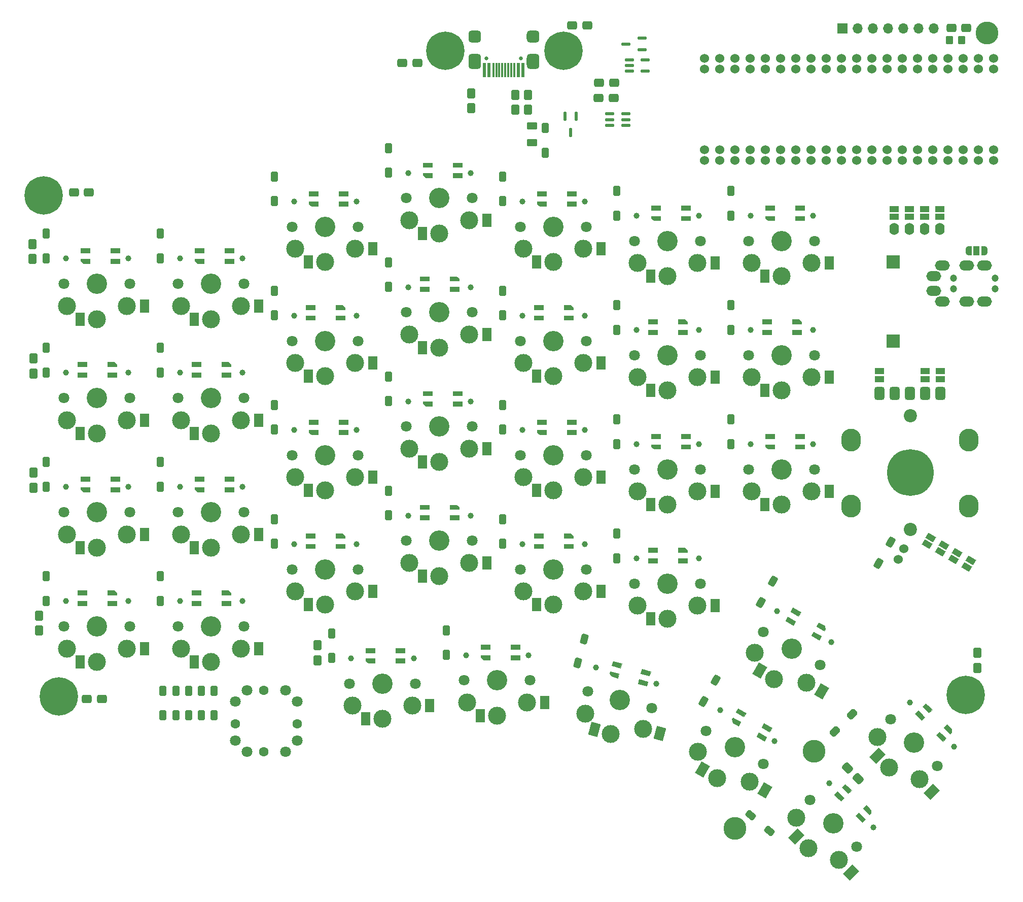
<source format=gbr>
%TF.GenerationSoftware,KiCad,Pcbnew,(5.99.0-11414-g76a6177eb7)*%
%TF.CreationDate,2021-12-13T11:53:38+08:00*%
%TF.ProjectId,Rev2,52657632-2e6b-4696-9361-645f70636258,rev?*%
%TF.SameCoordinates,Original*%
%TF.FileFunction,Soldermask,Top*%
%TF.FilePolarity,Negative*%
%FSLAX46Y46*%
G04 Gerber Fmt 4.6, Leading zero omitted, Abs format (unit mm)*
G04 Created by KiCad (PCBNEW (5.99.0-11414-g76a6177eb7)) date 2021-12-13 11:53:38*
%MOMM*%
%LPD*%
G01*
G04 APERTURE LIST*
G04 Aperture macros list*
%AMRoundRect*
0 Rectangle with rounded corners*
0 $1 Rounding radius*
0 $2 $3 $4 $5 $6 $7 $8 $9 X,Y pos of 4 corners*
0 Add a 4 corners polygon primitive as box body*
4,1,4,$2,$3,$4,$5,$6,$7,$8,$9,$2,$3,0*
0 Add four circle primitives for the rounded corners*
1,1,$1+$1,$2,$3*
1,1,$1+$1,$4,$5*
1,1,$1+$1,$6,$7*
1,1,$1+$1,$8,$9*
0 Add four rect primitives between the rounded corners*
20,1,$1+$1,$2,$3,$4,$5,0*
20,1,$1+$1,$4,$5,$6,$7,0*
20,1,$1+$1,$6,$7,$8,$9,0*
20,1,$1+$1,$8,$9,$2,$3,0*%
%AMHorizOval*
0 Thick line with rounded ends*
0 $1 width*
0 $2 $3 position (X,Y) of the first rounded end (center of the circle)*
0 $4 $5 position (X,Y) of the second rounded end (center of the circle)*
0 Add line between two ends*
20,1,$1,$2,$3,$4,$5,0*
0 Add two circle primitives to create the rounded ends*
1,1,$1,$2,$3*
1,1,$1,$4,$5*%
%AMRotRect*
0 Rectangle, with rotation*
0 The origin of the aperture is its center*
0 $1 length*
0 $2 width*
0 $3 Rotation angle, in degrees counterclockwise*
0 Add horizontal line*
21,1,$1,$2,0,0,$3*%
%AMFreePoly0*
4,1,22,0.550000,-0.750000,0.000000,-0.750000,0.000000,-0.745033,-0.079941,-0.743568,-0.215256,-0.701293,-0.333266,-0.622738,-0.424486,-0.514219,-0.481581,-0.384460,-0.499164,-0.250000,-0.500000,-0.250000,-0.500000,0.250000,-0.499164,0.250000,-0.499963,0.256109,-0.478152,0.396186,-0.417904,0.524511,-0.324060,0.630769,-0.204165,0.706417,-0.067858,0.745374,0.000000,0.744959,0.000000,0.750000,
0.550000,0.750000,0.550000,-0.750000,0.550000,-0.750000,$1*%
%AMFreePoly1*
4,1,20,0.000000,0.744959,0.073905,0.744508,0.209726,0.703889,0.328688,0.626782,0.421226,0.519385,0.479903,0.390333,0.500000,0.250000,0.500000,-0.250000,0.499851,-0.262216,0.476331,-0.402017,0.414519,-0.529596,0.319384,-0.634700,0.198574,-0.708877,0.061801,-0.746166,0.000000,-0.745033,0.000000,-0.750000,-0.550000,-0.750000,-0.550000,0.750000,0.000000,0.750000,0.000000,0.744959,
0.000000,0.744959,$1*%
G04 Aperture macros list end*
%ADD10C,0.100000*%
%ADD11RoundRect,0.350000X0.350000X-0.500500X0.350000X0.500500X-0.350000X0.500500X-0.350000X-0.500500X0*%
%ADD12RoundRect,0.300000X0.300000X-0.550500X0.300000X0.550500X-0.300000X0.550500X-0.300000X-0.550500X0*%
%ADD13C,3.000000*%
%ADD14C,1.000000*%
%ADD15C,3.400000*%
%ADD16C,1.800000*%
%ADD17R,1.600000X2.200000*%
%ADD18C,1.600000*%
%ADD19RotRect,1.000000X1.500000X60.000000*%
%ADD20RoundRect,0.350000X-0.350000X0.500500X-0.350000X-0.500500X0.350000X-0.500500X0.350000X0.500500X0*%
%ADD21RoundRect,0.350000X-0.500500X-0.350000X0.500500X-0.350000X0.500500X0.350000X-0.500500X0.350000X0*%
%ADD22RoundRect,0.300000X-0.300000X0.550500X-0.300000X-0.550500X0.300000X-0.550500X0.300000X0.550500X0*%
%ADD23C,0.800000*%
%ADD24C,6.400000*%
%ADD25R,1.500000X1.000000*%
%ADD26RoundRect,0.350000X0.500500X0.350000X-0.500500X0.350000X-0.500500X-0.350000X0.500500X-0.350000X0*%
%ADD27RotRect,1.600000X2.200000X135.000000*%
%ADD28C,1.524000*%
%ADD29HorizOval,1.524000X0.000000X0.000000X0.000000X0.000000X0*%
%ADD30RoundRect,0.300000X0.147298X-0.609388X0.432258X0.454096X-0.147298X0.609388X-0.432258X-0.454096X0*%
%ADD31RoundRect,0.123750X-0.123750X0.656250X-0.123750X-0.656250X0.123750X-0.656250X0.123750X0.656250X0*%
%ADD32RoundRect,0.123750X-0.656250X-0.123750X0.656250X-0.123750X0.656250X0.123750X-0.656250X0.123750X0*%
%ADD33RoundRect,0.123750X0.656250X0.123750X-0.656250X0.123750X-0.656250X-0.123750X0.656250X-0.123750X0*%
%ADD34RotRect,1.600000X2.200000X150.000000*%
%ADD35RotRect,1.600000X2.200000X165.000000*%
%ADD36RoundRect,0.300000X0.015442X0.626747X-0.535058X-0.326747X-0.015442X-0.626747X0.535058X0.326747X0*%
%ADD37RoundRect,0.350000X0.601394X-0.106420X-0.106420X0.601394X-0.601394X0.106420X0.106420X-0.601394X0*%
%ADD38RoundRect,0.300000X-0.015442X-0.626747X0.535058X0.326747X0.015442X0.626747X-0.535058X-0.326747X0*%
%ADD39R,2.200000X2.200000*%
%ADD40C,2.200000*%
%ADD41C,7.800000*%
%ADD42FreePoly0,0.000000*%
%ADD43R,1.000000X1.500000*%
%ADD44FreePoly1,0.000000*%
%ADD45C,3.800000*%
%ADD46RoundRect,0.300000X0.614544X-0.124041X-0.228871X0.583668X-0.614544X0.124041X0.228871X-0.583668X0*%
%ADD47C,0.650000*%
%ADD48R,0.570000X2.450000*%
%ADD49R,0.300000X2.450000*%
%ADD50O,1.000000X1.600000*%
%ADD51RoundRect,0.500000X0.550000X0.500000X-0.550000X0.500000X-0.550000X-0.500000X0.550000X-0.500000X0*%
%ADD52O,1.000000X2.100000*%
%ADD53RoundRect,0.525000X0.525000X0.725000X-0.525000X0.725000X-0.525000X-0.725000X0.525000X-0.725000X0*%
%ADD54RoundRect,0.300000X-0.177130X-0.601394X0.601394X0.177130X0.177130X0.601394X-0.601394X-0.177130X0*%
%ADD55RoundRect,0.425000X0.425000X-0.675000X0.425000X0.675000X-0.425000X0.675000X-0.425000X-0.675000X0*%
%ADD56RoundRect,0.425000X0.425000X0.675000X-0.425000X0.675000X-0.425000X-0.675000X0.425000X-0.675000X0*%
%ADD57O,3.300000X3.800000*%
%ADD58O,1.600000X2.000000*%
%ADD59RoundRect,0.250000X0.350000X0.450000X-0.350000X0.450000X-0.350000X-0.450000X0.350000X-0.450000X0*%
%ADD60C,1.200000*%
%ADD61O,2.500000X1.700000*%
%ADD62R,1.700000X1.700000*%
%ADD63O,1.700000X1.700000*%
%ADD64RoundRect,0.250000X0.625000X-0.375000X0.625000X0.375000X-0.625000X0.375000X-0.625000X-0.375000X0*%
G04 APERTURE END LIST*
D10*
%TO.C,SW32*%
X81227499Y-70632000D02*
X79727499Y-70632000D01*
X79727499Y-70632000D02*
X79727499Y-69882000D01*
X79727499Y-69882000D02*
X81227499Y-69882000D01*
X81227499Y-69882000D02*
X81227499Y-70632000D01*
G36*
X81227499Y-70632000D02*
G01*
X79727499Y-70632000D01*
X79727499Y-69882000D01*
X81227499Y-69882000D01*
X81227499Y-70632000D01*
G37*
X81227499Y-70632000D02*
X79727499Y-70632000D01*
X79727499Y-69882000D01*
X81227499Y-69882000D01*
X81227499Y-70632000D01*
X76227499Y-70632000D02*
X74727499Y-70632000D01*
X74727499Y-70632000D02*
X74727499Y-69882000D01*
X74727499Y-69882000D02*
X76227499Y-69882000D01*
X76227499Y-69882000D02*
X76227499Y-70632000D01*
G36*
X76227499Y-70632000D02*
G01*
X74727499Y-70632000D01*
X74727499Y-69882000D01*
X76227499Y-69882000D01*
X76227499Y-70632000D01*
G37*
X76227499Y-70632000D02*
X74727499Y-70632000D01*
X74727499Y-69882000D01*
X76227499Y-69882000D01*
X76227499Y-70632000D01*
X76227499Y-72382000D02*
X75127499Y-72382000D01*
X75127499Y-72382000D02*
X74727499Y-71982000D01*
X74727499Y-71982000D02*
X74727499Y-71632000D01*
X74727499Y-71632000D02*
X76227499Y-71632000D01*
X76227499Y-71632000D02*
X76227499Y-72382000D01*
G36*
X76227499Y-72382000D02*
G01*
X75127499Y-72382000D01*
X74727499Y-71982000D01*
X74727499Y-71632000D01*
X76227499Y-71632000D01*
X76227499Y-72382000D01*
G37*
X76227499Y-72382000D02*
X75127499Y-72382000D01*
X74727499Y-71982000D01*
X74727499Y-71632000D01*
X76227499Y-71632000D01*
X76227499Y-72382000D01*
X81227499Y-72382000D02*
X79727499Y-72382000D01*
X79727499Y-72382000D02*
X79727499Y-71632000D01*
X79727499Y-71632000D02*
X81227499Y-71632000D01*
X81227499Y-71632000D02*
X81227499Y-72382000D01*
G36*
X81227499Y-72382000D02*
G01*
X79727499Y-72382000D01*
X79727499Y-71632000D01*
X81227499Y-71632000D01*
X81227499Y-72382000D01*
G37*
X81227499Y-72382000D02*
X79727499Y-72382000D01*
X79727499Y-71632000D01*
X81227499Y-71632000D01*
X81227499Y-72382000D01*
%TO.C,SW10*%
X169497500Y-119808250D02*
X170997500Y-119808250D01*
X170997500Y-119808250D02*
X170997500Y-120558250D01*
X170997500Y-120558250D02*
X169497500Y-120558250D01*
X169497500Y-120558250D02*
X169497500Y-119808250D01*
G36*
X170997500Y-120558250D02*
G01*
X169497500Y-120558250D01*
X169497500Y-119808250D01*
X170997500Y-119808250D01*
X170997500Y-120558250D01*
G37*
X170997500Y-120558250D02*
X169497500Y-120558250D01*
X169497500Y-119808250D01*
X170997500Y-119808250D01*
X170997500Y-120558250D01*
X174497500Y-119808250D02*
X175597500Y-119808250D01*
X175597500Y-119808250D02*
X175997500Y-120208250D01*
X175997500Y-120208250D02*
X175997500Y-120558250D01*
X175997500Y-120558250D02*
X174497500Y-120558250D01*
X174497500Y-120558250D02*
X174497500Y-119808250D01*
G36*
X175997500Y-120208250D02*
G01*
X175997500Y-120558250D01*
X174497500Y-120558250D01*
X174497500Y-119808250D01*
X175597500Y-119808250D01*
X175997500Y-120208250D01*
G37*
X175997500Y-120208250D02*
X175997500Y-120558250D01*
X174497500Y-120558250D01*
X174497500Y-119808250D01*
X175597500Y-119808250D01*
X175997500Y-120208250D01*
X169497500Y-121558250D02*
X170997500Y-121558250D01*
X170997500Y-121558250D02*
X170997500Y-122308250D01*
X170997500Y-122308250D02*
X169497500Y-122308250D01*
X169497500Y-122308250D02*
X169497500Y-121558250D01*
G36*
X170997500Y-122308250D02*
G01*
X169497500Y-122308250D01*
X169497500Y-121558250D01*
X170997500Y-121558250D01*
X170997500Y-122308250D01*
G37*
X170997500Y-122308250D02*
X169497500Y-122308250D01*
X169497500Y-121558250D01*
X170997500Y-121558250D01*
X170997500Y-122308250D01*
X174497500Y-121558250D02*
X175997500Y-121558250D01*
X175997500Y-121558250D02*
X175997500Y-122308250D01*
X175997500Y-122308250D02*
X174497500Y-122308250D01*
X174497500Y-122308250D02*
X174497500Y-121558250D01*
G36*
X175997500Y-122308250D02*
G01*
X174497500Y-122308250D01*
X174497500Y-121558250D01*
X175997500Y-121558250D01*
X175997500Y-122308250D01*
G37*
X175997500Y-122308250D02*
X174497500Y-122308250D01*
X174497500Y-121558250D01*
X175997500Y-121558250D01*
X175997500Y-122308250D01*
%TO.C,SW18*%
X131397500Y-76314500D02*
X132897500Y-76314500D01*
X132897500Y-76314500D02*
X132897500Y-77064500D01*
X132897500Y-77064500D02*
X131397500Y-77064500D01*
X131397500Y-77064500D02*
X131397500Y-76314500D01*
G36*
X132897500Y-77064500D02*
G01*
X131397500Y-77064500D01*
X131397500Y-76314500D01*
X132897500Y-76314500D01*
X132897500Y-77064500D01*
G37*
X132897500Y-77064500D02*
X131397500Y-77064500D01*
X131397500Y-76314500D01*
X132897500Y-76314500D01*
X132897500Y-77064500D01*
X131397500Y-74564500D02*
X132897500Y-74564500D01*
X132897500Y-74564500D02*
X132897500Y-75314500D01*
X132897500Y-75314500D02*
X131397500Y-75314500D01*
X131397500Y-75314500D02*
X131397500Y-74564500D01*
G36*
X132897500Y-75314500D02*
G01*
X131397500Y-75314500D01*
X131397500Y-74564500D01*
X132897500Y-74564500D01*
X132897500Y-75314500D01*
G37*
X132897500Y-75314500D02*
X131397500Y-75314500D01*
X131397500Y-74564500D01*
X132897500Y-74564500D01*
X132897500Y-75314500D01*
X136397500Y-74564500D02*
X137497500Y-74564500D01*
X137497500Y-74564500D02*
X137897500Y-74964500D01*
X137897500Y-74964500D02*
X137897500Y-75314500D01*
X137897500Y-75314500D02*
X136397500Y-75314500D01*
X136397500Y-75314500D02*
X136397500Y-74564500D01*
G36*
X137897500Y-74964500D02*
G01*
X137897500Y-75314500D01*
X136397500Y-75314500D01*
X136397500Y-74564500D01*
X137497500Y-74564500D01*
X137897500Y-74964500D01*
G37*
X137897500Y-74964500D02*
X137897500Y-75314500D01*
X136397500Y-75314500D01*
X136397500Y-74564500D01*
X137497500Y-74564500D01*
X137897500Y-74964500D01*
X136397500Y-76314500D02*
X137897500Y-76314500D01*
X137897500Y-76314500D02*
X137897500Y-77064500D01*
X137897500Y-77064500D02*
X136397500Y-77064500D01*
X136397500Y-77064500D02*
X136397500Y-76314500D01*
G36*
X137897500Y-77064500D02*
G01*
X136397500Y-77064500D01*
X136397500Y-76314500D01*
X137897500Y-76314500D01*
X137897500Y-77064500D01*
G37*
X137897500Y-77064500D02*
X136397500Y-77064500D01*
X136397500Y-76314500D01*
X137897500Y-76314500D01*
X137897500Y-77064500D01*
%TO.C,SW9*%
X176477500Y-103338250D02*
X174977500Y-103338250D01*
X174977500Y-103338250D02*
X174977500Y-102588250D01*
X174977500Y-102588250D02*
X176477500Y-102588250D01*
X176477500Y-102588250D02*
X176477500Y-103338250D01*
G36*
X176477500Y-103338250D02*
G01*
X174977500Y-103338250D01*
X174977500Y-102588250D01*
X176477500Y-102588250D01*
X176477500Y-103338250D01*
G37*
X176477500Y-103338250D02*
X174977500Y-103338250D01*
X174977500Y-102588250D01*
X176477500Y-102588250D01*
X176477500Y-103338250D01*
X176477500Y-101588250D02*
X174977500Y-101588250D01*
X174977500Y-101588250D02*
X174977500Y-100838250D01*
X174977500Y-100838250D02*
X176477500Y-100838250D01*
X176477500Y-100838250D02*
X176477500Y-101588250D01*
G36*
X176477500Y-101588250D02*
G01*
X174977500Y-101588250D01*
X174977500Y-100838250D01*
X176477500Y-100838250D01*
X176477500Y-101588250D01*
G37*
X176477500Y-101588250D02*
X174977500Y-101588250D01*
X174977500Y-100838250D01*
X176477500Y-100838250D01*
X176477500Y-101588250D01*
X171477500Y-103338250D02*
X170377500Y-103338250D01*
X170377500Y-103338250D02*
X169977500Y-102938250D01*
X169977500Y-102938250D02*
X169977500Y-102588250D01*
X169977500Y-102588250D02*
X171477500Y-102588250D01*
X171477500Y-102588250D02*
X171477500Y-103338250D01*
G36*
X171477500Y-103338250D02*
G01*
X170377500Y-103338250D01*
X169977500Y-102938250D01*
X169977500Y-102588250D01*
X171477500Y-102588250D01*
X171477500Y-103338250D01*
G37*
X171477500Y-103338250D02*
X170377500Y-103338250D01*
X169977500Y-102938250D01*
X169977500Y-102588250D01*
X171477500Y-102588250D01*
X171477500Y-103338250D01*
X171477500Y-101588250D02*
X169977500Y-101588250D01*
X169977500Y-101588250D02*
X169977500Y-100838250D01*
X169977500Y-100838250D02*
X171477500Y-100838250D01*
X171477500Y-100838250D02*
X171477500Y-101588250D01*
G36*
X171477500Y-101588250D02*
G01*
X169977500Y-101588250D01*
X169977500Y-100838250D01*
X171477500Y-100838250D01*
X171477500Y-101588250D01*
G37*
X171477500Y-101588250D02*
X169977500Y-101588250D01*
X169977500Y-100838250D01*
X171477500Y-100838250D01*
X171477500Y-101588250D01*
%TO.C,SW26*%
X148030000Y-138518250D02*
X146530000Y-138518250D01*
X146530000Y-138518250D02*
X146530000Y-137768250D01*
X146530000Y-137768250D02*
X148030000Y-137768250D01*
X148030000Y-137768250D02*
X148030000Y-138518250D01*
G36*
X148030000Y-138518250D02*
G01*
X146530000Y-138518250D01*
X146530000Y-137768250D01*
X148030000Y-137768250D01*
X148030000Y-138518250D01*
G37*
X148030000Y-138518250D02*
X146530000Y-138518250D01*
X146530000Y-137768250D01*
X148030000Y-137768250D01*
X148030000Y-138518250D01*
X143030000Y-138518250D02*
X141930000Y-138518250D01*
X141930000Y-138518250D02*
X141530000Y-138118250D01*
X141530000Y-138118250D02*
X141530000Y-137768250D01*
X141530000Y-137768250D02*
X143030000Y-137768250D01*
X143030000Y-137768250D02*
X143030000Y-138518250D01*
G36*
X143030000Y-138518250D02*
G01*
X141930000Y-138518250D01*
X141530000Y-138118250D01*
X141530000Y-137768250D01*
X143030000Y-137768250D01*
X143030000Y-138518250D01*
G37*
X143030000Y-138518250D02*
X141930000Y-138518250D01*
X141530000Y-138118250D01*
X141530000Y-137768250D01*
X143030000Y-137768250D01*
X143030000Y-138518250D01*
X148030000Y-136768250D02*
X146530000Y-136768250D01*
X146530000Y-136768250D02*
X146530000Y-136018250D01*
X146530000Y-136018250D02*
X148030000Y-136018250D01*
X148030000Y-136018250D02*
X148030000Y-136768250D01*
G36*
X148030000Y-136768250D02*
G01*
X146530000Y-136768250D01*
X146530000Y-136018250D01*
X148030000Y-136018250D01*
X148030000Y-136768250D01*
G37*
X148030000Y-136768250D02*
X146530000Y-136768250D01*
X146530000Y-136018250D01*
X148030000Y-136018250D01*
X148030000Y-136768250D01*
X143030000Y-136768250D02*
X141530000Y-136768250D01*
X141530000Y-136768250D02*
X141530000Y-136018250D01*
X141530000Y-136018250D02*
X143030000Y-136018250D01*
X143030000Y-136018250D02*
X143030000Y-136768250D01*
G36*
X143030000Y-136768250D02*
G01*
X141530000Y-136768250D01*
X141530000Y-136018250D01*
X143030000Y-136018250D01*
X143030000Y-136768250D01*
G37*
X143030000Y-136768250D02*
X141530000Y-136768250D01*
X141530000Y-136018250D01*
X143030000Y-136018250D01*
X143030000Y-136768250D01*
%TO.C,SW12*%
X157427500Y-61107000D02*
X155927500Y-61107000D01*
X155927500Y-61107000D02*
X155927500Y-60357000D01*
X155927500Y-60357000D02*
X157427500Y-60357000D01*
X157427500Y-60357000D02*
X157427500Y-61107000D01*
G36*
X157427500Y-61107000D02*
G01*
X155927500Y-61107000D01*
X155927500Y-60357000D01*
X157427500Y-60357000D01*
X157427500Y-61107000D01*
G37*
X157427500Y-61107000D02*
X155927500Y-61107000D01*
X155927500Y-60357000D01*
X157427500Y-60357000D01*
X157427500Y-61107000D01*
X152427500Y-61107000D02*
X150927500Y-61107000D01*
X150927500Y-61107000D02*
X150927500Y-60357000D01*
X150927500Y-60357000D02*
X152427500Y-60357000D01*
X152427500Y-60357000D02*
X152427500Y-61107000D01*
G36*
X152427500Y-61107000D02*
G01*
X150927500Y-61107000D01*
X150927500Y-60357000D01*
X152427500Y-60357000D01*
X152427500Y-61107000D01*
G37*
X152427500Y-61107000D02*
X150927500Y-61107000D01*
X150927500Y-60357000D01*
X152427500Y-60357000D01*
X152427500Y-61107000D01*
X157427500Y-62857000D02*
X155927500Y-62857000D01*
X155927500Y-62857000D02*
X155927500Y-62107000D01*
X155927500Y-62107000D02*
X157427500Y-62107000D01*
X157427500Y-62107000D02*
X157427500Y-62857000D01*
G36*
X157427500Y-62857000D02*
G01*
X155927500Y-62857000D01*
X155927500Y-62107000D01*
X157427500Y-62107000D01*
X157427500Y-62857000D01*
G37*
X157427500Y-62857000D02*
X155927500Y-62857000D01*
X155927500Y-62107000D01*
X157427500Y-62107000D01*
X157427500Y-62857000D01*
X152427500Y-62857000D02*
X151327500Y-62857000D01*
X151327500Y-62857000D02*
X150927500Y-62457000D01*
X150927500Y-62457000D02*
X150927500Y-62107000D01*
X150927500Y-62107000D02*
X152427500Y-62107000D01*
X152427500Y-62107000D02*
X152427500Y-62857000D01*
G36*
X152427500Y-62857000D02*
G01*
X151327500Y-62857000D01*
X150927500Y-62457000D01*
X150927500Y-62107000D01*
X152427500Y-62107000D01*
X152427500Y-62857000D01*
G37*
X152427500Y-62857000D02*
X151327500Y-62857000D01*
X150927500Y-62457000D01*
X150927500Y-62107000D01*
X152427500Y-62107000D01*
X152427500Y-62857000D01*
%TO.C,SW6*%
X201108460Y-160472736D02*
X202169120Y-161533396D01*
X202169120Y-161533396D02*
X201638790Y-162063727D01*
X201638790Y-162063727D02*
X200578130Y-161003066D01*
X200578130Y-161003066D02*
X201108460Y-160472736D01*
G36*
X202169120Y-161533396D02*
G01*
X201638790Y-162063727D01*
X200578130Y-161003066D01*
X201108460Y-160472736D01*
X202169120Y-161533396D01*
G37*
X202169120Y-161533396D02*
X201638790Y-162063727D01*
X200578130Y-161003066D01*
X201108460Y-160472736D01*
X202169120Y-161533396D01*
X205881431Y-162770833D02*
X206659248Y-163548651D01*
X206659248Y-163548651D02*
X206659248Y-164114336D01*
X206659248Y-164114336D02*
X206411761Y-164361824D01*
X206411761Y-164361824D02*
X205351100Y-163301163D01*
X205351100Y-163301163D02*
X205881431Y-162770833D01*
G36*
X206659248Y-163548651D02*
G01*
X206659248Y-164114336D01*
X206411761Y-164361824D01*
X205351100Y-163301163D01*
X205881431Y-162770833D01*
X206659248Y-163548651D01*
G37*
X206659248Y-163548651D02*
X206659248Y-164114336D01*
X206411761Y-164361824D01*
X205351100Y-163301163D01*
X205881431Y-162770833D01*
X206659248Y-163548651D01*
X204643994Y-164008270D02*
X205704654Y-165068930D01*
X205704654Y-165068930D02*
X205174324Y-165599260D01*
X205174324Y-165599260D02*
X204113664Y-164538600D01*
X204113664Y-164538600D02*
X204643994Y-164008270D01*
G36*
X205704654Y-165068930D02*
G01*
X205174324Y-165599260D01*
X204113664Y-164538600D01*
X204643994Y-164008270D01*
X205704654Y-165068930D01*
G37*
X205704654Y-165068930D02*
X205174324Y-165599260D01*
X204113664Y-164538600D01*
X204643994Y-164008270D01*
X205704654Y-165068930D01*
X202345897Y-159235299D02*
X203406557Y-160295960D01*
X203406557Y-160295960D02*
X202876227Y-160826290D01*
X202876227Y-160826290D02*
X201815567Y-159765629D01*
X201815567Y-159765629D02*
X202345897Y-159235299D01*
G36*
X203406557Y-160295960D02*
G01*
X202876227Y-160826290D01*
X201815567Y-159765629D01*
X202345897Y-159235299D01*
X203406557Y-160295960D01*
G37*
X203406557Y-160295960D02*
X202876227Y-160826290D01*
X201815567Y-159765629D01*
X202345897Y-159235299D01*
X203406557Y-160295960D01*
%TO.C,SW22*%
X119327500Y-61107000D02*
X117827500Y-61107000D01*
X117827500Y-61107000D02*
X117827500Y-60357000D01*
X117827500Y-60357000D02*
X119327500Y-60357000D01*
X119327500Y-60357000D02*
X119327500Y-61107000D01*
G36*
X119327500Y-61107000D02*
G01*
X117827500Y-61107000D01*
X117827500Y-60357000D01*
X119327500Y-60357000D01*
X119327500Y-61107000D01*
G37*
X119327500Y-61107000D02*
X117827500Y-61107000D01*
X117827500Y-60357000D01*
X119327500Y-60357000D01*
X119327500Y-61107000D01*
X119327500Y-62857000D02*
X117827500Y-62857000D01*
X117827500Y-62857000D02*
X117827500Y-62107000D01*
X117827500Y-62107000D02*
X119327500Y-62107000D01*
X119327500Y-62107000D02*
X119327500Y-62857000D01*
G36*
X119327500Y-62857000D02*
G01*
X117827500Y-62857000D01*
X117827500Y-62107000D01*
X119327500Y-62107000D01*
X119327500Y-62857000D01*
G37*
X119327500Y-62857000D02*
X117827500Y-62857000D01*
X117827500Y-62107000D01*
X119327500Y-62107000D01*
X119327500Y-62857000D01*
X114327500Y-61107000D02*
X112827500Y-61107000D01*
X112827500Y-61107000D02*
X112827500Y-60357000D01*
X112827500Y-60357000D02*
X114327500Y-60357000D01*
X114327500Y-60357000D02*
X114327500Y-61107000D01*
G36*
X114327500Y-61107000D02*
G01*
X112827500Y-61107000D01*
X112827500Y-60357000D01*
X114327500Y-60357000D01*
X114327500Y-61107000D01*
G37*
X114327500Y-61107000D02*
X112827500Y-61107000D01*
X112827500Y-60357000D01*
X114327500Y-60357000D01*
X114327500Y-61107000D01*
X114327500Y-62857000D02*
X113227500Y-62857000D01*
X113227500Y-62857000D02*
X112827500Y-62457000D01*
X112827500Y-62457000D02*
X112827500Y-62107000D01*
X112827500Y-62107000D02*
X114327500Y-62107000D01*
X114327500Y-62107000D02*
X114327500Y-62857000D01*
G36*
X114327500Y-62857000D02*
G01*
X113227500Y-62857000D01*
X112827500Y-62457000D01*
X112827500Y-62107000D01*
X114327500Y-62107000D01*
X114327500Y-62857000D01*
G37*
X114327500Y-62857000D02*
X113227500Y-62857000D01*
X112827500Y-62457000D01*
X112827500Y-62107000D01*
X114327500Y-62107000D01*
X114327500Y-62857000D01*
%TO.C,SW25*%
X112347500Y-119177000D02*
X113847500Y-119177000D01*
X113847500Y-119177000D02*
X113847500Y-119927000D01*
X113847500Y-119927000D02*
X112347500Y-119927000D01*
X112347500Y-119927000D02*
X112347500Y-119177000D01*
G36*
X113847500Y-119927000D02*
G01*
X112347500Y-119927000D01*
X112347500Y-119177000D01*
X113847500Y-119177000D01*
X113847500Y-119927000D01*
G37*
X113847500Y-119927000D02*
X112347500Y-119927000D01*
X112347500Y-119177000D01*
X113847500Y-119177000D01*
X113847500Y-119927000D01*
X112347500Y-117427000D02*
X113847500Y-117427000D01*
X113847500Y-117427000D02*
X113847500Y-118177000D01*
X113847500Y-118177000D02*
X112347500Y-118177000D01*
X112347500Y-118177000D02*
X112347500Y-117427000D01*
G36*
X113847500Y-118177000D02*
G01*
X112347500Y-118177000D01*
X112347500Y-117427000D01*
X113847500Y-117427000D01*
X113847500Y-118177000D01*
G37*
X113847500Y-118177000D02*
X112347500Y-118177000D01*
X112347500Y-117427000D01*
X113847500Y-117427000D01*
X113847500Y-118177000D01*
X117347500Y-119177000D02*
X118847500Y-119177000D01*
X118847500Y-119177000D02*
X118847500Y-119927000D01*
X118847500Y-119927000D02*
X117347500Y-119927000D01*
X117347500Y-119927000D02*
X117347500Y-119177000D01*
G36*
X118847500Y-119927000D02*
G01*
X117347500Y-119927000D01*
X117347500Y-119177000D01*
X118847500Y-119177000D01*
X118847500Y-119927000D01*
G37*
X118847500Y-119927000D02*
X117347500Y-119927000D01*
X117347500Y-119177000D01*
X118847500Y-119177000D01*
X118847500Y-119927000D01*
X117347500Y-117427000D02*
X118447500Y-117427000D01*
X118447500Y-117427000D02*
X118847500Y-117827000D01*
X118847500Y-117827000D02*
X118847500Y-118177000D01*
X118847500Y-118177000D02*
X117347500Y-118177000D01*
X117347500Y-118177000D02*
X117347500Y-117427000D01*
G36*
X118847500Y-117827000D02*
G01*
X118847500Y-118177000D01*
X117347500Y-118177000D01*
X117347500Y-117427000D01*
X118447500Y-117427000D01*
X118847500Y-117827000D01*
G37*
X118847500Y-117827000D02*
X118847500Y-118177000D01*
X117347500Y-118177000D01*
X117347500Y-117427000D01*
X118447500Y-117427000D01*
X118847500Y-117827000D01*
%TO.C,SW29*%
X95277500Y-108732000D02*
X93777500Y-108732000D01*
X93777500Y-108732000D02*
X93777500Y-107982000D01*
X93777500Y-107982000D02*
X95277500Y-107982000D01*
X95277500Y-107982000D02*
X95277500Y-108732000D01*
G36*
X95277500Y-108732000D02*
G01*
X93777500Y-108732000D01*
X93777500Y-107982000D01*
X95277500Y-107982000D01*
X95277500Y-108732000D01*
G37*
X95277500Y-108732000D02*
X93777500Y-108732000D01*
X93777500Y-107982000D01*
X95277500Y-107982000D01*
X95277500Y-108732000D01*
X100277500Y-110482000D02*
X98777500Y-110482000D01*
X98777500Y-110482000D02*
X98777500Y-109732000D01*
X98777500Y-109732000D02*
X100277500Y-109732000D01*
X100277500Y-109732000D02*
X100277500Y-110482000D01*
G36*
X100277500Y-110482000D02*
G01*
X98777500Y-110482000D01*
X98777500Y-109732000D01*
X100277500Y-109732000D01*
X100277500Y-110482000D01*
G37*
X100277500Y-110482000D02*
X98777500Y-110482000D01*
X98777500Y-109732000D01*
X100277500Y-109732000D01*
X100277500Y-110482000D01*
X95277500Y-110482000D02*
X94177500Y-110482000D01*
X94177500Y-110482000D02*
X93777500Y-110082000D01*
X93777500Y-110082000D02*
X93777500Y-109732000D01*
X93777500Y-109732000D02*
X95277500Y-109732000D01*
X95277500Y-109732000D02*
X95277500Y-110482000D01*
G36*
X95277500Y-110482000D02*
G01*
X94177500Y-110482000D01*
X93777500Y-110082000D01*
X93777500Y-109732000D01*
X95277500Y-109732000D01*
X95277500Y-110482000D01*
G37*
X95277500Y-110482000D02*
X94177500Y-110482000D01*
X93777500Y-110082000D01*
X93777500Y-109732000D01*
X95277500Y-109732000D01*
X95277500Y-110482000D01*
X100277500Y-108732000D02*
X98777500Y-108732000D01*
X98777500Y-108732000D02*
X98777500Y-107982000D01*
X98777500Y-107982000D02*
X100277500Y-107982000D01*
X100277500Y-107982000D02*
X100277500Y-108732000D01*
G36*
X100277500Y-108732000D02*
G01*
X98777500Y-108732000D01*
X98777500Y-107982000D01*
X100277500Y-107982000D01*
X100277500Y-108732000D01*
G37*
X100277500Y-108732000D02*
X98777500Y-108732000D01*
X98777500Y-107982000D01*
X100277500Y-107982000D01*
X100277500Y-108732000D01*
%TO.C,SW20*%
X136397500Y-114414500D02*
X137897500Y-114414500D01*
X137897500Y-114414500D02*
X137897500Y-115164500D01*
X137897500Y-115164500D02*
X136397500Y-115164500D01*
X136397500Y-115164500D02*
X136397500Y-114414500D01*
G36*
X137897500Y-115164500D02*
G01*
X136397500Y-115164500D01*
X136397500Y-114414500D01*
X137897500Y-114414500D01*
X137897500Y-115164500D01*
G37*
X137897500Y-115164500D02*
X136397500Y-115164500D01*
X136397500Y-114414500D01*
X137897500Y-114414500D01*
X137897500Y-115164500D01*
X131397500Y-112664500D02*
X132897500Y-112664500D01*
X132897500Y-112664500D02*
X132897500Y-113414500D01*
X132897500Y-113414500D02*
X131397500Y-113414500D01*
X131397500Y-113414500D02*
X131397500Y-112664500D01*
G36*
X132897500Y-113414500D02*
G01*
X131397500Y-113414500D01*
X131397500Y-112664500D01*
X132897500Y-112664500D01*
X132897500Y-113414500D01*
G37*
X132897500Y-113414500D02*
X131397500Y-113414500D01*
X131397500Y-112664500D01*
X132897500Y-112664500D01*
X132897500Y-113414500D01*
X131397500Y-114414500D02*
X132897500Y-114414500D01*
X132897500Y-114414500D02*
X132897500Y-115164500D01*
X132897500Y-115164500D02*
X131397500Y-115164500D01*
X131397500Y-115164500D02*
X131397500Y-114414500D01*
G36*
X132897500Y-115164500D02*
G01*
X131397500Y-115164500D01*
X131397500Y-114414500D01*
X132897500Y-114414500D01*
X132897500Y-115164500D01*
G37*
X132897500Y-115164500D02*
X131397500Y-115164500D01*
X131397500Y-114414500D01*
X132897500Y-114414500D01*
X132897500Y-115164500D01*
X136397500Y-112664500D02*
X137497500Y-112664500D01*
X137497500Y-112664500D02*
X137897500Y-113064500D01*
X137897500Y-113064500D02*
X137897500Y-113414500D01*
X137897500Y-113414500D02*
X136397500Y-113414500D01*
X136397500Y-113414500D02*
X136397500Y-112664500D01*
G36*
X137897500Y-113064500D02*
G01*
X137897500Y-113414500D01*
X136397500Y-113414500D01*
X136397500Y-112664500D01*
X137497500Y-112664500D01*
X137897500Y-113064500D01*
G37*
X137897500Y-113064500D02*
X137897500Y-113414500D01*
X136397500Y-113414500D01*
X136397500Y-112664500D01*
X137497500Y-112664500D01*
X137897500Y-113064500D01*
%TO.C,SW24*%
X119327500Y-99207000D02*
X117827500Y-99207000D01*
X117827500Y-99207000D02*
X117827500Y-98457000D01*
X117827500Y-98457000D02*
X119327500Y-98457000D01*
X119327500Y-98457000D02*
X119327500Y-99207000D01*
G36*
X119327500Y-99207000D02*
G01*
X117827500Y-99207000D01*
X117827500Y-98457000D01*
X119327500Y-98457000D01*
X119327500Y-99207000D01*
G37*
X119327500Y-99207000D02*
X117827500Y-99207000D01*
X117827500Y-98457000D01*
X119327500Y-98457000D01*
X119327500Y-99207000D01*
X119327500Y-100957000D02*
X117827500Y-100957000D01*
X117827500Y-100957000D02*
X117827500Y-100207000D01*
X117827500Y-100207000D02*
X119327500Y-100207000D01*
X119327500Y-100207000D02*
X119327500Y-100957000D01*
G36*
X119327500Y-100957000D02*
G01*
X117827500Y-100957000D01*
X117827500Y-100207000D01*
X119327500Y-100207000D01*
X119327500Y-100957000D01*
G37*
X119327500Y-100957000D02*
X117827500Y-100957000D01*
X117827500Y-100207000D01*
X119327500Y-100207000D01*
X119327500Y-100957000D01*
X114327500Y-100957000D02*
X113227500Y-100957000D01*
X113227500Y-100957000D02*
X112827500Y-100557000D01*
X112827500Y-100557000D02*
X112827500Y-100207000D01*
X112827500Y-100207000D02*
X114327500Y-100207000D01*
X114327500Y-100207000D02*
X114327500Y-100957000D01*
G36*
X114327500Y-100957000D02*
G01*
X113227500Y-100957000D01*
X112827500Y-100557000D01*
X112827500Y-100207000D01*
X114327500Y-100207000D01*
X114327500Y-100957000D01*
G37*
X114327500Y-100957000D02*
X113227500Y-100957000D01*
X112827500Y-100557000D01*
X112827500Y-100207000D01*
X114327500Y-100207000D01*
X114327500Y-100957000D01*
X114327500Y-99207000D02*
X112827500Y-99207000D01*
X112827500Y-99207000D02*
X112827500Y-98457000D01*
X112827500Y-98457000D02*
X114327500Y-98457000D01*
X114327500Y-98457000D02*
X114327500Y-99207000D01*
G36*
X114327500Y-99207000D02*
G01*
X112827500Y-99207000D01*
X112827500Y-98457000D01*
X114327500Y-98457000D01*
X114327500Y-99207000D01*
G37*
X114327500Y-99207000D02*
X112827500Y-99207000D01*
X112827500Y-98457000D01*
X114327500Y-98457000D01*
X114327500Y-99207000D01*
%TO.C,SW13*%
X155447500Y-81077000D02*
X156947500Y-81077000D01*
X156947500Y-81077000D02*
X156947500Y-81827000D01*
X156947500Y-81827000D02*
X155447500Y-81827000D01*
X155447500Y-81827000D02*
X155447500Y-81077000D01*
G36*
X156947500Y-81827000D02*
G01*
X155447500Y-81827000D01*
X155447500Y-81077000D01*
X156947500Y-81077000D01*
X156947500Y-81827000D01*
G37*
X156947500Y-81827000D02*
X155447500Y-81827000D01*
X155447500Y-81077000D01*
X156947500Y-81077000D01*
X156947500Y-81827000D01*
X155447500Y-79327000D02*
X156547500Y-79327000D01*
X156547500Y-79327000D02*
X156947500Y-79727000D01*
X156947500Y-79727000D02*
X156947500Y-80077000D01*
X156947500Y-80077000D02*
X155447500Y-80077000D01*
X155447500Y-80077000D02*
X155447500Y-79327000D01*
G36*
X156947500Y-79727000D02*
G01*
X156947500Y-80077000D01*
X155447500Y-80077000D01*
X155447500Y-79327000D01*
X156547500Y-79327000D01*
X156947500Y-79727000D01*
G37*
X156947500Y-79727000D02*
X156947500Y-80077000D01*
X155447500Y-80077000D01*
X155447500Y-79327000D01*
X156547500Y-79327000D01*
X156947500Y-79727000D01*
X150447500Y-81077000D02*
X151947500Y-81077000D01*
X151947500Y-81077000D02*
X151947500Y-81827000D01*
X151947500Y-81827000D02*
X150447500Y-81827000D01*
X150447500Y-81827000D02*
X150447500Y-81077000D01*
G36*
X151947500Y-81827000D02*
G01*
X150447500Y-81827000D01*
X150447500Y-81077000D01*
X151947500Y-81077000D01*
X151947500Y-81827000D01*
G37*
X151947500Y-81827000D02*
X150447500Y-81827000D01*
X150447500Y-81077000D01*
X151947500Y-81077000D01*
X151947500Y-81827000D01*
X150447500Y-79327000D02*
X151947500Y-79327000D01*
X151947500Y-79327000D02*
X151947500Y-80077000D01*
X151947500Y-80077000D02*
X150447500Y-80077000D01*
X150447500Y-80077000D02*
X150447500Y-79327000D01*
G36*
X151947500Y-80077000D02*
G01*
X150447500Y-80077000D01*
X150447500Y-79327000D01*
X151947500Y-79327000D01*
X151947500Y-80077000D01*
G37*
X151947500Y-80077000D02*
X150447500Y-80077000D01*
X150447500Y-79327000D01*
X151947500Y-79327000D01*
X151947500Y-80077000D01*
%TO.C,SW3*%
X190527499Y-101588250D02*
X189027499Y-101588250D01*
X189027499Y-101588250D02*
X189027499Y-100838250D01*
X189027499Y-100838250D02*
X190527499Y-100838250D01*
X190527499Y-100838250D02*
X190527499Y-101588250D01*
G36*
X190527499Y-101588250D02*
G01*
X189027499Y-101588250D01*
X189027499Y-100838250D01*
X190527499Y-100838250D01*
X190527499Y-101588250D01*
G37*
X190527499Y-101588250D02*
X189027499Y-101588250D01*
X189027499Y-100838250D01*
X190527499Y-100838250D01*
X190527499Y-101588250D01*
X190527499Y-103338250D02*
X189427499Y-103338250D01*
X189427499Y-103338250D02*
X189027499Y-102938250D01*
X189027499Y-102938250D02*
X189027499Y-102588250D01*
X189027499Y-102588250D02*
X190527499Y-102588250D01*
X190527499Y-102588250D02*
X190527499Y-103338250D01*
G36*
X190527499Y-103338250D02*
G01*
X189427499Y-103338250D01*
X189027499Y-102938250D01*
X189027499Y-102588250D01*
X190527499Y-102588250D01*
X190527499Y-103338250D01*
G37*
X190527499Y-103338250D02*
X189427499Y-103338250D01*
X189027499Y-102938250D01*
X189027499Y-102588250D01*
X190527499Y-102588250D01*
X190527499Y-103338250D01*
X195527499Y-103338250D02*
X194027499Y-103338250D01*
X194027499Y-103338250D02*
X194027499Y-102588250D01*
X194027499Y-102588250D02*
X195527499Y-102588250D01*
X195527499Y-102588250D02*
X195527499Y-103338250D01*
G36*
X195527499Y-103338250D02*
G01*
X194027499Y-103338250D01*
X194027499Y-102588250D01*
X195527499Y-102588250D01*
X195527499Y-103338250D01*
G37*
X195527499Y-103338250D02*
X194027499Y-103338250D01*
X194027499Y-102588250D01*
X195527499Y-102588250D01*
X195527499Y-103338250D01*
X195527499Y-101588250D02*
X194027499Y-101588250D01*
X194027499Y-101588250D02*
X194027499Y-100838250D01*
X194027499Y-100838250D02*
X195527499Y-100838250D01*
X195527499Y-100838250D02*
X195527499Y-101588250D01*
G36*
X195527499Y-101588250D02*
G01*
X194027499Y-101588250D01*
X194027499Y-100838250D01*
X195527499Y-100838250D01*
X195527499Y-101588250D01*
G37*
X195527499Y-101588250D02*
X194027499Y-101588250D01*
X194027499Y-100838250D01*
X195527499Y-100838250D01*
X195527499Y-101588250D01*
%TO.C,SW17*%
X138377500Y-58094500D02*
X136877500Y-58094500D01*
X136877500Y-58094500D02*
X136877500Y-57344500D01*
X136877500Y-57344500D02*
X138377500Y-57344500D01*
X138377500Y-57344500D02*
X138377500Y-58094500D01*
G36*
X138377500Y-58094500D02*
G01*
X136877500Y-58094500D01*
X136877500Y-57344500D01*
X138377500Y-57344500D01*
X138377500Y-58094500D01*
G37*
X138377500Y-58094500D02*
X136877500Y-58094500D01*
X136877500Y-57344500D01*
X138377500Y-57344500D01*
X138377500Y-58094500D01*
X133377500Y-56344500D02*
X131877500Y-56344500D01*
X131877500Y-56344500D02*
X131877500Y-55594500D01*
X131877500Y-55594500D02*
X133377500Y-55594500D01*
X133377500Y-55594500D02*
X133377500Y-56344500D01*
G36*
X133377500Y-56344500D02*
G01*
X131877500Y-56344500D01*
X131877500Y-55594500D01*
X133377500Y-55594500D01*
X133377500Y-56344500D01*
G37*
X133377500Y-56344500D02*
X131877500Y-56344500D01*
X131877500Y-55594500D01*
X133377500Y-55594500D01*
X133377500Y-56344500D01*
X133377500Y-58094500D02*
X132277500Y-58094500D01*
X132277500Y-58094500D02*
X131877500Y-57694500D01*
X131877500Y-57694500D02*
X131877500Y-57344500D01*
X131877500Y-57344500D02*
X133377500Y-57344500D01*
X133377500Y-57344500D02*
X133377500Y-58094500D01*
G36*
X133377500Y-58094500D02*
G01*
X132277500Y-58094500D01*
X131877500Y-57694500D01*
X131877500Y-57344500D01*
X133377500Y-57344500D01*
X133377500Y-58094500D01*
G37*
X133377500Y-58094500D02*
X132277500Y-58094500D01*
X131877500Y-57694500D01*
X131877500Y-57344500D01*
X133377500Y-57344500D01*
X133377500Y-58094500D01*
X138377500Y-56344500D02*
X136877500Y-56344500D01*
X136877500Y-56344500D02*
X136877500Y-55594500D01*
X136877500Y-55594500D02*
X138377500Y-55594500D01*
X138377500Y-55594500D02*
X138377500Y-56344500D01*
G36*
X138377500Y-56344500D02*
G01*
X136877500Y-56344500D01*
X136877500Y-55594500D01*
X138377500Y-55594500D01*
X138377500Y-56344500D01*
G37*
X138377500Y-56344500D02*
X136877500Y-56344500D01*
X136877500Y-55594500D01*
X138377500Y-55594500D01*
X138377500Y-56344500D01*
%TO.C,SW11*%
X197973579Y-132317225D02*
X198926207Y-132867225D01*
X198926207Y-132867225D02*
X199072617Y-133413635D01*
X199072617Y-133413635D02*
X198897617Y-133716744D01*
X198897617Y-133716744D02*
X197598579Y-132966744D01*
X197598579Y-132966744D02*
X197973579Y-132317225D01*
G36*
X198926207Y-132867225D02*
G01*
X199072617Y-133413635D01*
X198897617Y-133716744D01*
X197598579Y-132966744D01*
X197973579Y-132317225D01*
X198926207Y-132867225D01*
G37*
X198926207Y-132867225D02*
X199072617Y-133413635D01*
X198897617Y-133716744D01*
X197598579Y-132966744D01*
X197973579Y-132317225D01*
X198926207Y-132867225D01*
X193643452Y-129817225D02*
X194942490Y-130567225D01*
X194942490Y-130567225D02*
X194567490Y-131216744D01*
X194567490Y-131216744D02*
X193268452Y-130466744D01*
X193268452Y-130466744D02*
X193643452Y-129817225D01*
G36*
X194942490Y-130567225D02*
G01*
X194567490Y-131216744D01*
X193268452Y-130466744D01*
X193643452Y-129817225D01*
X194942490Y-130567225D01*
G37*
X194942490Y-130567225D02*
X194567490Y-131216744D01*
X193268452Y-130466744D01*
X193643452Y-129817225D01*
X194942490Y-130567225D01*
X197098579Y-133832769D02*
X198397617Y-134582769D01*
X198397617Y-134582769D02*
X198022617Y-135232288D01*
X198022617Y-135232288D02*
X196723579Y-134482288D01*
X196723579Y-134482288D02*
X197098579Y-133832769D01*
G36*
X198397617Y-134582769D02*
G01*
X198022617Y-135232288D01*
X196723579Y-134482288D01*
X197098579Y-133832769D01*
X198397617Y-134582769D01*
G37*
X198397617Y-134582769D02*
X198022617Y-135232288D01*
X196723579Y-134482288D01*
X197098579Y-133832769D01*
X198397617Y-134582769D01*
X192768452Y-131332769D02*
X194067490Y-132082769D01*
X194067490Y-132082769D02*
X193692490Y-132732288D01*
X193692490Y-132732288D02*
X192393452Y-131982288D01*
X192393452Y-131982288D02*
X192768452Y-131332769D01*
G36*
X194067490Y-132082769D02*
G01*
X193692490Y-132732288D01*
X192393452Y-131982288D01*
X192768452Y-131332769D01*
X194067490Y-132082769D01*
G37*
X194067490Y-132082769D02*
X193692490Y-132732288D01*
X192393452Y-131982288D01*
X192768452Y-131332769D01*
X194067490Y-132082769D01*
%TO.C,SW21*%
X164865788Y-139866758D02*
X163416899Y-139478529D01*
X163416899Y-139478529D02*
X163611013Y-138754085D01*
X163611013Y-138754085D02*
X165059902Y-139142313D01*
X165059902Y-139142313D02*
X164865788Y-139866758D01*
G36*
X165059902Y-139142313D02*
G01*
X164865788Y-139866758D01*
X163416899Y-139478529D01*
X163611013Y-138754085D01*
X165059902Y-139142313D01*
G37*
X165059902Y-139142313D02*
X164865788Y-139866758D01*
X163416899Y-139478529D01*
X163611013Y-138754085D01*
X165059902Y-139142313D01*
X169695417Y-141160853D02*
X168246528Y-140772624D01*
X168246528Y-140772624D02*
X168440642Y-140048180D01*
X168440642Y-140048180D02*
X169889531Y-140436409D01*
X169889531Y-140436409D02*
X169695417Y-141160853D01*
G36*
X169889531Y-140436409D02*
G01*
X169695417Y-141160853D01*
X168246528Y-140772624D01*
X168440642Y-140048180D01*
X169889531Y-140436409D01*
G37*
X169889531Y-140436409D02*
X169695417Y-141160853D01*
X168246528Y-140772624D01*
X168440642Y-140048180D01*
X169889531Y-140436409D01*
X164412854Y-141557128D02*
X163350336Y-141272427D01*
X163350336Y-141272427D02*
X163067493Y-140782529D01*
X163067493Y-140782529D02*
X163158080Y-140444455D01*
X163158080Y-140444455D02*
X164606969Y-140832684D01*
X164606969Y-140832684D02*
X164412854Y-141557128D01*
G36*
X164606969Y-140832684D02*
G01*
X164412854Y-141557128D01*
X163350336Y-141272427D01*
X163067493Y-140782529D01*
X163158080Y-140444455D01*
X164606969Y-140832684D01*
G37*
X164606969Y-140832684D02*
X164412854Y-141557128D01*
X163350336Y-141272427D01*
X163067493Y-140782529D01*
X163158080Y-140444455D01*
X164606969Y-140832684D01*
X169242484Y-142851223D02*
X167793595Y-142462995D01*
X167793595Y-142462995D02*
X167987709Y-141738550D01*
X167987709Y-141738550D02*
X169436598Y-142126779D01*
X169436598Y-142126779D02*
X169242484Y-142851223D01*
G36*
X169436598Y-142126779D02*
G01*
X169242484Y-142851223D01*
X167793595Y-142462995D01*
X167987709Y-141738550D01*
X169436598Y-142126779D01*
G37*
X169436598Y-142126779D02*
X169242484Y-142851223D01*
X167793595Y-142462995D01*
X167987709Y-141738550D01*
X169436598Y-142126779D01*
%TO.C,SW14*%
X157427500Y-100957000D02*
X155927500Y-100957000D01*
X155927500Y-100957000D02*
X155927500Y-100207000D01*
X155927500Y-100207000D02*
X157427500Y-100207000D01*
X157427500Y-100207000D02*
X157427500Y-100957000D01*
G36*
X157427500Y-100957000D02*
G01*
X155927500Y-100957000D01*
X155927500Y-100207000D01*
X157427500Y-100207000D01*
X157427500Y-100957000D01*
G37*
X157427500Y-100957000D02*
X155927500Y-100957000D01*
X155927500Y-100207000D01*
X157427500Y-100207000D01*
X157427500Y-100957000D01*
X152427500Y-99207000D02*
X150927500Y-99207000D01*
X150927500Y-99207000D02*
X150927500Y-98457000D01*
X150927500Y-98457000D02*
X152427500Y-98457000D01*
X152427500Y-98457000D02*
X152427500Y-99207000D01*
G36*
X152427500Y-99207000D02*
G01*
X150927500Y-99207000D01*
X150927500Y-98457000D01*
X152427500Y-98457000D01*
X152427500Y-99207000D01*
G37*
X152427500Y-99207000D02*
X150927500Y-99207000D01*
X150927500Y-98457000D01*
X152427500Y-98457000D01*
X152427500Y-99207000D01*
X157427500Y-99207000D02*
X155927500Y-99207000D01*
X155927500Y-99207000D02*
X155927500Y-98457000D01*
X155927500Y-98457000D02*
X157427500Y-98457000D01*
X157427500Y-98457000D02*
X157427500Y-99207000D01*
G36*
X157427500Y-99207000D02*
G01*
X155927500Y-99207000D01*
X155927500Y-98457000D01*
X157427500Y-98457000D01*
X157427500Y-99207000D01*
G37*
X157427500Y-99207000D02*
X155927500Y-99207000D01*
X155927500Y-98457000D01*
X157427500Y-98457000D01*
X157427500Y-99207000D01*
X152427500Y-100957000D02*
X151327500Y-100957000D01*
X151327500Y-100957000D02*
X150927500Y-100557000D01*
X150927500Y-100557000D02*
X150927500Y-100207000D01*
X150927500Y-100207000D02*
X152427500Y-100207000D01*
X152427500Y-100207000D02*
X152427500Y-100957000D01*
G36*
X152427500Y-100957000D02*
G01*
X151327500Y-100957000D01*
X150927500Y-100557000D01*
X150927500Y-100207000D01*
X152427500Y-100207000D01*
X152427500Y-100957000D01*
G37*
X152427500Y-100957000D02*
X151327500Y-100957000D01*
X150927500Y-100557000D01*
X150927500Y-100207000D01*
X152427500Y-100207000D01*
X152427500Y-100957000D01*
%TO.C,SW35*%
X79247499Y-126952000D02*
X80347499Y-126952000D01*
X80347499Y-126952000D02*
X80747499Y-127352000D01*
X80747499Y-127352000D02*
X80747499Y-127702000D01*
X80747499Y-127702000D02*
X79247499Y-127702000D01*
X79247499Y-127702000D02*
X79247499Y-126952000D01*
G36*
X80747499Y-127352000D02*
G01*
X80747499Y-127702000D01*
X79247499Y-127702000D01*
X79247499Y-126952000D01*
X80347499Y-126952000D01*
X80747499Y-127352000D01*
G37*
X80747499Y-127352000D02*
X80747499Y-127702000D01*
X79247499Y-127702000D01*
X79247499Y-126952000D01*
X80347499Y-126952000D01*
X80747499Y-127352000D01*
X79247499Y-128702000D02*
X80747499Y-128702000D01*
X80747499Y-128702000D02*
X80747499Y-129452000D01*
X80747499Y-129452000D02*
X79247499Y-129452000D01*
X79247499Y-129452000D02*
X79247499Y-128702000D01*
G36*
X80747499Y-129452000D02*
G01*
X79247499Y-129452000D01*
X79247499Y-128702000D01*
X80747499Y-128702000D01*
X80747499Y-129452000D01*
G37*
X80747499Y-129452000D02*
X79247499Y-129452000D01*
X79247499Y-128702000D01*
X80747499Y-128702000D01*
X80747499Y-129452000D01*
X74247499Y-128702000D02*
X75747499Y-128702000D01*
X75747499Y-128702000D02*
X75747499Y-129452000D01*
X75747499Y-129452000D02*
X74247499Y-129452000D01*
X74247499Y-129452000D02*
X74247499Y-128702000D01*
G36*
X75747499Y-129452000D02*
G01*
X74247499Y-129452000D01*
X74247499Y-128702000D01*
X75747499Y-128702000D01*
X75747499Y-129452000D01*
G37*
X75747499Y-129452000D02*
X74247499Y-129452000D01*
X74247499Y-128702000D01*
X75747499Y-128702000D01*
X75747499Y-129452000D01*
X74247499Y-126952000D02*
X75747499Y-126952000D01*
X75747499Y-126952000D02*
X75747499Y-127702000D01*
X75747499Y-127702000D02*
X74247499Y-127702000D01*
X74247499Y-127702000D02*
X74247499Y-126952000D01*
G36*
X75747499Y-127702000D02*
G01*
X74247499Y-127702000D01*
X74247499Y-126952000D01*
X75747499Y-126952000D01*
X75747499Y-127702000D01*
G37*
X75747499Y-127702000D02*
X74247499Y-127702000D01*
X74247499Y-126952000D01*
X75747499Y-126952000D01*
X75747499Y-127702000D01*
%TO.C,SW8*%
X174497500Y-81708250D02*
X175597500Y-81708250D01*
X175597500Y-81708250D02*
X175997500Y-82108250D01*
X175997500Y-82108250D02*
X175997500Y-82458250D01*
X175997500Y-82458250D02*
X174497500Y-82458250D01*
X174497500Y-82458250D02*
X174497500Y-81708250D01*
G36*
X175997500Y-82108250D02*
G01*
X175997500Y-82458250D01*
X174497500Y-82458250D01*
X174497500Y-81708250D01*
X175597500Y-81708250D01*
X175997500Y-82108250D01*
G37*
X175997500Y-82108250D02*
X175997500Y-82458250D01*
X174497500Y-82458250D01*
X174497500Y-81708250D01*
X175597500Y-81708250D01*
X175997500Y-82108250D01*
X169497500Y-83458250D02*
X170997500Y-83458250D01*
X170997500Y-83458250D02*
X170997500Y-84208250D01*
X170997500Y-84208250D02*
X169497500Y-84208250D01*
X169497500Y-84208250D02*
X169497500Y-83458250D01*
G36*
X170997500Y-84208250D02*
G01*
X169497500Y-84208250D01*
X169497500Y-83458250D01*
X170997500Y-83458250D01*
X170997500Y-84208250D01*
G37*
X170997500Y-84208250D02*
X169497500Y-84208250D01*
X169497500Y-83458250D01*
X170997500Y-83458250D01*
X170997500Y-84208250D01*
X169497500Y-81708250D02*
X170997500Y-81708250D01*
X170997500Y-81708250D02*
X170997500Y-82458250D01*
X170997500Y-82458250D02*
X169497500Y-82458250D01*
X169497500Y-82458250D02*
X169497500Y-81708250D01*
G36*
X170997500Y-82458250D02*
G01*
X169497500Y-82458250D01*
X169497500Y-81708250D01*
X170997500Y-81708250D01*
X170997500Y-82458250D01*
G37*
X170997500Y-82458250D02*
X169497500Y-82458250D01*
X169497500Y-81708250D01*
X170997500Y-81708250D01*
X170997500Y-82458250D01*
X174497500Y-83458250D02*
X175997500Y-83458250D01*
X175997500Y-83458250D02*
X175997500Y-84208250D01*
X175997500Y-84208250D02*
X174497500Y-84208250D01*
X174497500Y-84208250D02*
X174497500Y-83458250D01*
G36*
X175997500Y-84208250D02*
G01*
X174497500Y-84208250D01*
X174497500Y-83458250D01*
X175997500Y-83458250D01*
X175997500Y-84208250D01*
G37*
X175997500Y-84208250D02*
X174497500Y-84208250D01*
X174497500Y-83458250D01*
X175997500Y-83458250D01*
X175997500Y-84208250D01*
%TO.C,SW28*%
X98297500Y-90602000D02*
X99797500Y-90602000D01*
X99797500Y-90602000D02*
X99797500Y-91352000D01*
X99797500Y-91352000D02*
X98297500Y-91352000D01*
X98297500Y-91352000D02*
X98297500Y-90602000D01*
G36*
X99797500Y-91352000D02*
G01*
X98297500Y-91352000D01*
X98297500Y-90602000D01*
X99797500Y-90602000D01*
X99797500Y-91352000D01*
G37*
X99797500Y-91352000D02*
X98297500Y-91352000D01*
X98297500Y-90602000D01*
X99797500Y-90602000D01*
X99797500Y-91352000D01*
X98297500Y-88852000D02*
X99397500Y-88852000D01*
X99397500Y-88852000D02*
X99797500Y-89252000D01*
X99797500Y-89252000D02*
X99797500Y-89602000D01*
X99797500Y-89602000D02*
X98297500Y-89602000D01*
X98297500Y-89602000D02*
X98297500Y-88852000D01*
G36*
X99797500Y-89252000D02*
G01*
X99797500Y-89602000D01*
X98297500Y-89602000D01*
X98297500Y-88852000D01*
X99397500Y-88852000D01*
X99797500Y-89252000D01*
G37*
X99797500Y-89252000D02*
X99797500Y-89602000D01*
X98297500Y-89602000D01*
X98297500Y-88852000D01*
X99397500Y-88852000D01*
X99797500Y-89252000D01*
X93297500Y-90602000D02*
X94797500Y-90602000D01*
X94797500Y-90602000D02*
X94797500Y-91352000D01*
X94797500Y-91352000D02*
X93297500Y-91352000D01*
X93297500Y-91352000D02*
X93297500Y-90602000D01*
G36*
X94797500Y-91352000D02*
G01*
X93297500Y-91352000D01*
X93297500Y-90602000D01*
X94797500Y-90602000D01*
X94797500Y-91352000D01*
G37*
X94797500Y-91352000D02*
X93297500Y-91352000D01*
X93297500Y-90602000D01*
X94797500Y-90602000D01*
X94797500Y-91352000D01*
X93297500Y-88852000D02*
X94797500Y-88852000D01*
X94797500Y-88852000D02*
X94797500Y-89602000D01*
X94797500Y-89602000D02*
X93297500Y-89602000D01*
X93297500Y-89602000D02*
X93297500Y-88852000D01*
G36*
X94797500Y-89602000D02*
G01*
X93297500Y-89602000D01*
X93297500Y-88852000D01*
X94797500Y-88852000D01*
X94797500Y-89602000D01*
G37*
X94797500Y-89602000D02*
X93297500Y-89602000D01*
X93297500Y-88852000D01*
X94797500Y-88852000D01*
X94797500Y-89602000D01*
%TO.C,SW4*%
X214578844Y-147002353D02*
X215639504Y-148063013D01*
X215639504Y-148063013D02*
X215109174Y-148593344D01*
X215109174Y-148593344D02*
X214048514Y-147532683D01*
X214048514Y-147532683D02*
X214578844Y-147002353D01*
G36*
X215639504Y-148063013D02*
G01*
X215109174Y-148593344D01*
X214048514Y-147532683D01*
X214578844Y-147002353D01*
X215639504Y-148063013D01*
G37*
X215639504Y-148063013D02*
X215109174Y-148593344D01*
X214048514Y-147532683D01*
X214578844Y-147002353D01*
X215639504Y-148063013D01*
X215816281Y-145764916D02*
X216876941Y-146825577D01*
X216876941Y-146825577D02*
X216346611Y-147355907D01*
X216346611Y-147355907D02*
X215285951Y-146295246D01*
X215285951Y-146295246D02*
X215816281Y-145764916D01*
G36*
X216876941Y-146825577D02*
G01*
X216346611Y-147355907D01*
X215285951Y-146295246D01*
X215816281Y-145764916D01*
X216876941Y-146825577D01*
G37*
X216876941Y-146825577D02*
X216346611Y-147355907D01*
X215285951Y-146295246D01*
X215816281Y-145764916D01*
X216876941Y-146825577D01*
X219351815Y-149300450D02*
X220129632Y-150078268D01*
X220129632Y-150078268D02*
X220129632Y-150643953D01*
X220129632Y-150643953D02*
X219882145Y-150891441D01*
X219882145Y-150891441D02*
X218821484Y-149830780D01*
X218821484Y-149830780D02*
X219351815Y-149300450D01*
G36*
X220129632Y-150078268D02*
G01*
X220129632Y-150643953D01*
X219882145Y-150891441D01*
X218821484Y-149830780D01*
X219351815Y-149300450D01*
X220129632Y-150078268D01*
G37*
X220129632Y-150078268D02*
X220129632Y-150643953D01*
X219882145Y-150891441D01*
X218821484Y-149830780D01*
X219351815Y-149300450D01*
X220129632Y-150078268D01*
X218114378Y-150537887D02*
X219175038Y-151598547D01*
X219175038Y-151598547D02*
X218644708Y-152128877D01*
X218644708Y-152128877D02*
X217584048Y-151068217D01*
X217584048Y-151068217D02*
X218114378Y-150537887D01*
G36*
X219175038Y-151598547D02*
G01*
X218644708Y-152128877D01*
X217584048Y-151068217D01*
X218114378Y-150537887D01*
X219175038Y-151598547D01*
G37*
X219175038Y-151598547D02*
X218644708Y-152128877D01*
X217584048Y-151068217D01*
X218114378Y-150537887D01*
X219175038Y-151598547D01*
%TO.C,SW23*%
X112347500Y-81077000D02*
X113847500Y-81077000D01*
X113847500Y-81077000D02*
X113847500Y-81827000D01*
X113847500Y-81827000D02*
X112347500Y-81827000D01*
X112347500Y-81827000D02*
X112347500Y-81077000D01*
G36*
X113847500Y-81827000D02*
G01*
X112347500Y-81827000D01*
X112347500Y-81077000D01*
X113847500Y-81077000D01*
X113847500Y-81827000D01*
G37*
X113847500Y-81827000D02*
X112347500Y-81827000D01*
X112347500Y-81077000D01*
X113847500Y-81077000D01*
X113847500Y-81827000D01*
X117347500Y-81077000D02*
X118847500Y-81077000D01*
X118847500Y-81077000D02*
X118847500Y-81827000D01*
X118847500Y-81827000D02*
X117347500Y-81827000D01*
X117347500Y-81827000D02*
X117347500Y-81077000D01*
G36*
X118847500Y-81827000D02*
G01*
X117347500Y-81827000D01*
X117347500Y-81077000D01*
X118847500Y-81077000D01*
X118847500Y-81827000D01*
G37*
X118847500Y-81827000D02*
X117347500Y-81827000D01*
X117347500Y-81077000D01*
X118847500Y-81077000D01*
X118847500Y-81827000D01*
X112347500Y-79327000D02*
X113847500Y-79327000D01*
X113847500Y-79327000D02*
X113847500Y-80077000D01*
X113847500Y-80077000D02*
X112347500Y-80077000D01*
X112347500Y-80077000D02*
X112347500Y-79327000D01*
G36*
X113847500Y-80077000D02*
G01*
X112347500Y-80077000D01*
X112347500Y-79327000D01*
X113847500Y-79327000D01*
X113847500Y-80077000D01*
G37*
X113847500Y-80077000D02*
X112347500Y-80077000D01*
X112347500Y-79327000D01*
X113847500Y-79327000D01*
X113847500Y-80077000D01*
X117347500Y-79327000D02*
X118447500Y-79327000D01*
X118447500Y-79327000D02*
X118847500Y-79727000D01*
X118847500Y-79727000D02*
X118847500Y-80077000D01*
X118847500Y-80077000D02*
X117347500Y-80077000D01*
X117347500Y-80077000D02*
X117347500Y-79327000D01*
G36*
X118847500Y-79727000D02*
G01*
X118847500Y-80077000D01*
X117347500Y-80077000D01*
X117347500Y-79327000D01*
X118447500Y-79327000D01*
X118847500Y-79727000D01*
G37*
X118847500Y-79727000D02*
X118847500Y-80077000D01*
X117347500Y-80077000D01*
X117347500Y-79327000D01*
X118447500Y-79327000D01*
X118847500Y-79727000D01*
%TO.C,SW34*%
X76227499Y-108731999D02*
X74727499Y-108731999D01*
X74727499Y-108731999D02*
X74727499Y-107981999D01*
X74727499Y-107981999D02*
X76227499Y-107981999D01*
X76227499Y-107981999D02*
X76227499Y-108731999D01*
G36*
X76227499Y-108731999D02*
G01*
X74727499Y-108731999D01*
X74727499Y-107981999D01*
X76227499Y-107981999D01*
X76227499Y-108731999D01*
G37*
X76227499Y-108731999D02*
X74727499Y-108731999D01*
X74727499Y-107981999D01*
X76227499Y-107981999D01*
X76227499Y-108731999D01*
X76227499Y-110481999D02*
X75127499Y-110481999D01*
X75127499Y-110481999D02*
X74727499Y-110081999D01*
X74727499Y-110081999D02*
X74727499Y-109731999D01*
X74727499Y-109731999D02*
X76227499Y-109731999D01*
X76227499Y-109731999D02*
X76227499Y-110481999D01*
G36*
X76227499Y-110481999D02*
G01*
X75127499Y-110481999D01*
X74727499Y-110081999D01*
X74727499Y-109731999D01*
X76227499Y-109731999D01*
X76227499Y-110481999D01*
G37*
X76227499Y-110481999D02*
X75127499Y-110481999D01*
X74727499Y-110081999D01*
X74727499Y-109731999D01*
X76227499Y-109731999D01*
X76227499Y-110481999D01*
X81227499Y-108731999D02*
X79727499Y-108731999D01*
X79727499Y-108731999D02*
X79727499Y-107981999D01*
X79727499Y-107981999D02*
X81227499Y-107981999D01*
X81227499Y-107981999D02*
X81227499Y-108731999D01*
G36*
X81227499Y-108731999D02*
G01*
X79727499Y-108731999D01*
X79727499Y-107981999D01*
X81227499Y-107981999D01*
X81227499Y-108731999D01*
G37*
X81227499Y-108731999D02*
X79727499Y-108731999D01*
X79727499Y-107981999D01*
X81227499Y-107981999D01*
X81227499Y-108731999D01*
X81227499Y-110481999D02*
X79727499Y-110481999D01*
X79727499Y-110481999D02*
X79727499Y-109731999D01*
X79727499Y-109731999D02*
X81227499Y-109731999D01*
X81227499Y-109731999D02*
X81227499Y-110481999D01*
G36*
X81227499Y-110481999D02*
G01*
X79727499Y-110481999D01*
X79727499Y-109731999D01*
X81227499Y-109731999D01*
X81227499Y-110481999D01*
G37*
X81227499Y-110481999D02*
X79727499Y-110481999D01*
X79727499Y-109731999D01*
X81227499Y-109731999D01*
X81227499Y-110481999D01*
%TO.C,SW15*%
X150447500Y-117427000D02*
X151947500Y-117427000D01*
X151947500Y-117427000D02*
X151947500Y-118177000D01*
X151947500Y-118177000D02*
X150447500Y-118177000D01*
X150447500Y-118177000D02*
X150447500Y-117427000D01*
G36*
X151947500Y-118177000D02*
G01*
X150447500Y-118177000D01*
X150447500Y-117427000D01*
X151947500Y-117427000D01*
X151947500Y-118177000D01*
G37*
X151947500Y-118177000D02*
X150447500Y-118177000D01*
X150447500Y-117427000D01*
X151947500Y-117427000D01*
X151947500Y-118177000D01*
X150447500Y-119177000D02*
X151947500Y-119177000D01*
X151947500Y-119177000D02*
X151947500Y-119927000D01*
X151947500Y-119927000D02*
X150447500Y-119927000D01*
X150447500Y-119927000D02*
X150447500Y-119177000D01*
G36*
X151947500Y-119927000D02*
G01*
X150447500Y-119927000D01*
X150447500Y-119177000D01*
X151947500Y-119177000D01*
X151947500Y-119927000D01*
G37*
X151947500Y-119927000D02*
X150447500Y-119927000D01*
X150447500Y-119177000D01*
X151947500Y-119177000D01*
X151947500Y-119927000D01*
X155447500Y-119177000D02*
X156947500Y-119177000D01*
X156947500Y-119177000D02*
X156947500Y-119927000D01*
X156947500Y-119927000D02*
X155447500Y-119927000D01*
X155447500Y-119927000D02*
X155447500Y-119177000D01*
G36*
X156947500Y-119927000D02*
G01*
X155447500Y-119927000D01*
X155447500Y-119177000D01*
X156947500Y-119177000D01*
X156947500Y-119927000D01*
G37*
X156947500Y-119927000D02*
X155447500Y-119927000D01*
X155447500Y-119177000D01*
X156947500Y-119177000D01*
X156947500Y-119927000D01*
X155447500Y-117427000D02*
X156547500Y-117427000D01*
X156547500Y-117427000D02*
X156947500Y-117827000D01*
X156947500Y-117827000D02*
X156947500Y-118177000D01*
X156947500Y-118177000D02*
X155447500Y-118177000D01*
X155447500Y-118177000D02*
X155447500Y-117427000D01*
G36*
X156947500Y-117827000D02*
G01*
X156947500Y-118177000D01*
X155447500Y-118177000D01*
X155447500Y-117427000D01*
X156547500Y-117427000D01*
X156947500Y-117827000D01*
G37*
X156947500Y-117827000D02*
X156947500Y-118177000D01*
X155447500Y-118177000D01*
X155447500Y-117427000D01*
X156547500Y-117427000D01*
X156947500Y-117827000D01*
%TO.C,SW2*%
X193547499Y-83458250D02*
X195047499Y-83458250D01*
X195047499Y-83458250D02*
X195047499Y-84208250D01*
X195047499Y-84208250D02*
X193547499Y-84208250D01*
X193547499Y-84208250D02*
X193547499Y-83458250D01*
G36*
X195047499Y-84208250D02*
G01*
X193547499Y-84208250D01*
X193547499Y-83458250D01*
X195047499Y-83458250D01*
X195047499Y-84208250D01*
G37*
X195047499Y-84208250D02*
X193547499Y-84208250D01*
X193547499Y-83458250D01*
X195047499Y-83458250D01*
X195047499Y-84208250D01*
X188547499Y-83458250D02*
X190047499Y-83458250D01*
X190047499Y-83458250D02*
X190047499Y-84208250D01*
X190047499Y-84208250D02*
X188547499Y-84208250D01*
X188547499Y-84208250D02*
X188547499Y-83458250D01*
G36*
X190047499Y-84208250D02*
G01*
X188547499Y-84208250D01*
X188547499Y-83458250D01*
X190047499Y-83458250D01*
X190047499Y-84208250D01*
G37*
X190047499Y-84208250D02*
X188547499Y-84208250D01*
X188547499Y-83458250D01*
X190047499Y-83458250D01*
X190047499Y-84208250D01*
X193547499Y-81708250D02*
X194647499Y-81708250D01*
X194647499Y-81708250D02*
X195047499Y-82108250D01*
X195047499Y-82108250D02*
X195047499Y-82458250D01*
X195047499Y-82458250D02*
X193547499Y-82458250D01*
X193547499Y-82458250D02*
X193547499Y-81708250D01*
G36*
X195047499Y-82108250D02*
G01*
X195047499Y-82458250D01*
X193547499Y-82458250D01*
X193547499Y-81708250D01*
X194647499Y-81708250D01*
X195047499Y-82108250D01*
G37*
X195047499Y-82108250D02*
X195047499Y-82458250D01*
X193547499Y-82458250D01*
X193547499Y-81708250D01*
X194647499Y-81708250D01*
X195047499Y-82108250D01*
X188547499Y-81708250D02*
X190047499Y-81708250D01*
X190047499Y-81708250D02*
X190047499Y-82458250D01*
X190047499Y-82458250D02*
X188547499Y-82458250D01*
X188547499Y-82458250D02*
X188547499Y-81708250D01*
G36*
X190047499Y-82458250D02*
G01*
X188547499Y-82458250D01*
X188547499Y-81708250D01*
X190047499Y-81708250D01*
X190047499Y-82458250D01*
G37*
X190047499Y-82458250D02*
X188547499Y-82458250D01*
X188547499Y-81708250D01*
X190047499Y-81708250D01*
X190047499Y-82458250D01*
%TO.C,SW31*%
X128852500Y-137307000D02*
X127352500Y-137307000D01*
X127352500Y-137307000D02*
X127352500Y-136557000D01*
X127352500Y-136557000D02*
X128852500Y-136557000D01*
X128852500Y-136557000D02*
X128852500Y-137307000D01*
G36*
X128852500Y-137307000D02*
G01*
X127352500Y-137307000D01*
X127352500Y-136557000D01*
X128852500Y-136557000D01*
X128852500Y-137307000D01*
G37*
X128852500Y-137307000D02*
X127352500Y-137307000D01*
X127352500Y-136557000D01*
X128852500Y-136557000D01*
X128852500Y-137307000D01*
X128852500Y-139057000D02*
X127352500Y-139057000D01*
X127352500Y-139057000D02*
X127352500Y-138307000D01*
X127352500Y-138307000D02*
X128852500Y-138307000D01*
X128852500Y-138307000D02*
X128852500Y-139057000D01*
G36*
X128852500Y-139057000D02*
G01*
X127352500Y-139057000D01*
X127352500Y-138307000D01*
X128852500Y-138307000D01*
X128852500Y-139057000D01*
G37*
X128852500Y-139057000D02*
X127352500Y-139057000D01*
X127352500Y-138307000D01*
X128852500Y-138307000D01*
X128852500Y-139057000D01*
X123852500Y-137307000D02*
X122352500Y-137307000D01*
X122352500Y-137307000D02*
X122352500Y-136557000D01*
X122352500Y-136557000D02*
X123852500Y-136557000D01*
X123852500Y-136557000D02*
X123852500Y-137307000D01*
G36*
X123852500Y-137307000D02*
G01*
X122352500Y-137307000D01*
X122352500Y-136557000D01*
X123852500Y-136557000D01*
X123852500Y-137307000D01*
G37*
X123852500Y-137307000D02*
X122352500Y-137307000D01*
X122352500Y-136557000D01*
X123852500Y-136557000D01*
X123852500Y-137307000D01*
X123852500Y-139057000D02*
X122752500Y-139057000D01*
X122752500Y-139057000D02*
X122352500Y-138657000D01*
X122352500Y-138657000D02*
X122352500Y-138307000D01*
X122352500Y-138307000D02*
X123852500Y-138307000D01*
X123852500Y-138307000D02*
X123852500Y-139057000D01*
G36*
X123852500Y-139057000D02*
G01*
X122752500Y-139057000D01*
X122352500Y-138657000D01*
X122352500Y-138307000D01*
X123852500Y-138307000D01*
X123852500Y-139057000D01*
G37*
X123852500Y-139057000D02*
X122752500Y-139057000D01*
X122352500Y-138657000D01*
X122352500Y-138307000D01*
X123852500Y-138307000D01*
X123852500Y-139057000D01*
%TO.C,SW19*%
X133377500Y-94444500D02*
X131877500Y-94444500D01*
X131877500Y-94444500D02*
X131877500Y-93694500D01*
X131877500Y-93694500D02*
X133377500Y-93694500D01*
X133377500Y-93694500D02*
X133377500Y-94444500D01*
G36*
X133377500Y-94444500D02*
G01*
X131877500Y-94444500D01*
X131877500Y-93694500D01*
X133377500Y-93694500D01*
X133377500Y-94444500D01*
G37*
X133377500Y-94444500D02*
X131877500Y-94444500D01*
X131877500Y-93694500D01*
X133377500Y-93694500D01*
X133377500Y-94444500D01*
X138377500Y-94444500D02*
X136877500Y-94444500D01*
X136877500Y-94444500D02*
X136877500Y-93694500D01*
X136877500Y-93694500D02*
X138377500Y-93694500D01*
X138377500Y-93694500D02*
X138377500Y-94444500D01*
G36*
X138377500Y-94444500D02*
G01*
X136877500Y-94444500D01*
X136877500Y-93694500D01*
X138377500Y-93694500D01*
X138377500Y-94444500D01*
G37*
X138377500Y-94444500D02*
X136877500Y-94444500D01*
X136877500Y-93694500D01*
X138377500Y-93694500D01*
X138377500Y-94444500D01*
X133377500Y-96194500D02*
X132277500Y-96194500D01*
X132277500Y-96194500D02*
X131877500Y-95794500D01*
X131877500Y-95794500D02*
X131877500Y-95444500D01*
X131877500Y-95444500D02*
X133377500Y-95444500D01*
X133377500Y-95444500D02*
X133377500Y-96194500D01*
G36*
X133377500Y-96194500D02*
G01*
X132277500Y-96194500D01*
X131877500Y-95794500D01*
X131877500Y-95444500D01*
X133377500Y-95444500D01*
X133377500Y-96194500D01*
G37*
X133377500Y-96194500D02*
X132277500Y-96194500D01*
X131877500Y-95794500D01*
X131877500Y-95444500D01*
X133377500Y-95444500D01*
X133377500Y-96194500D01*
X138377500Y-96194500D02*
X136877500Y-96194500D01*
X136877500Y-96194500D02*
X136877500Y-95444500D01*
X136877500Y-95444500D02*
X138377500Y-95444500D01*
X138377500Y-95444500D02*
X138377500Y-96194500D01*
G36*
X138377500Y-96194500D02*
G01*
X136877500Y-96194500D01*
X136877500Y-95444500D01*
X138377500Y-95444500D01*
X138377500Y-96194500D01*
G37*
X138377500Y-96194500D02*
X136877500Y-96194500D01*
X136877500Y-95444500D01*
X138377500Y-95444500D01*
X138377500Y-96194500D01*
%TO.C,SW30*%
X98297500Y-126952000D02*
X99397500Y-126952000D01*
X99397500Y-126952000D02*
X99797500Y-127352000D01*
X99797500Y-127352000D02*
X99797500Y-127702000D01*
X99797500Y-127702000D02*
X98297500Y-127702000D01*
X98297500Y-127702000D02*
X98297500Y-126952000D01*
G36*
X99797500Y-127352000D02*
G01*
X99797500Y-127702000D01*
X98297500Y-127702000D01*
X98297500Y-126952000D01*
X99397500Y-126952000D01*
X99797500Y-127352000D01*
G37*
X99797500Y-127352000D02*
X99797500Y-127702000D01*
X98297500Y-127702000D01*
X98297500Y-126952000D01*
X99397500Y-126952000D01*
X99797500Y-127352000D01*
X93297500Y-126952000D02*
X94797500Y-126952000D01*
X94797500Y-126952000D02*
X94797500Y-127702000D01*
X94797500Y-127702000D02*
X93297500Y-127702000D01*
X93297500Y-127702000D02*
X93297500Y-126952000D01*
G36*
X94797500Y-127702000D02*
G01*
X93297500Y-127702000D01*
X93297500Y-126952000D01*
X94797500Y-126952000D01*
X94797500Y-127702000D01*
G37*
X94797500Y-127702000D02*
X93297500Y-127702000D01*
X93297500Y-126952000D01*
X94797500Y-126952000D01*
X94797500Y-127702000D01*
X93297500Y-128702000D02*
X94797500Y-128702000D01*
X94797500Y-128702000D02*
X94797500Y-129452000D01*
X94797500Y-129452000D02*
X93297500Y-129452000D01*
X93297500Y-129452000D02*
X93297500Y-128702000D01*
G36*
X94797500Y-129452000D02*
G01*
X93297500Y-129452000D01*
X93297500Y-128702000D01*
X94797500Y-128702000D01*
X94797500Y-129452000D01*
G37*
X94797500Y-129452000D02*
X93297500Y-129452000D01*
X93297500Y-128702000D01*
X94797500Y-128702000D01*
X94797500Y-129452000D01*
X98297500Y-128702000D02*
X99797500Y-128702000D01*
X99797500Y-128702000D02*
X99797500Y-129452000D01*
X99797500Y-129452000D02*
X98297500Y-129452000D01*
X98297500Y-129452000D02*
X98297500Y-128702000D01*
G36*
X99797500Y-129452000D02*
G01*
X98297500Y-129452000D01*
X98297500Y-128702000D01*
X99797500Y-128702000D01*
X99797500Y-129452000D01*
G37*
X99797500Y-129452000D02*
X98297500Y-129452000D01*
X98297500Y-128702000D01*
X99797500Y-128702000D01*
X99797500Y-129452000D01*
%TO.C,SW1*%
X190527499Y-65238250D02*
X189427499Y-65238250D01*
X189427499Y-65238250D02*
X189027499Y-64838250D01*
X189027499Y-64838250D02*
X189027499Y-64488250D01*
X189027499Y-64488250D02*
X190527499Y-64488250D01*
X190527499Y-64488250D02*
X190527499Y-65238250D01*
G36*
X190527499Y-65238250D02*
G01*
X189427499Y-65238250D01*
X189027499Y-64838250D01*
X189027499Y-64488250D01*
X190527499Y-64488250D01*
X190527499Y-65238250D01*
G37*
X190527499Y-65238250D02*
X189427499Y-65238250D01*
X189027499Y-64838250D01*
X189027499Y-64488250D01*
X190527499Y-64488250D01*
X190527499Y-65238250D01*
X195527499Y-65238250D02*
X194027499Y-65238250D01*
X194027499Y-65238250D02*
X194027499Y-64488250D01*
X194027499Y-64488250D02*
X195527499Y-64488250D01*
X195527499Y-64488250D02*
X195527499Y-65238250D01*
G36*
X195527499Y-65238250D02*
G01*
X194027499Y-65238250D01*
X194027499Y-64488250D01*
X195527499Y-64488250D01*
X195527499Y-65238250D01*
G37*
X195527499Y-65238250D02*
X194027499Y-65238250D01*
X194027499Y-64488250D01*
X195527499Y-64488250D01*
X195527499Y-65238250D01*
X195527499Y-63488250D02*
X194027499Y-63488250D01*
X194027499Y-63488250D02*
X194027499Y-62738250D01*
X194027499Y-62738250D02*
X195527499Y-62738250D01*
X195527499Y-62738250D02*
X195527499Y-63488250D01*
G36*
X195527499Y-63488250D02*
G01*
X194027499Y-63488250D01*
X194027499Y-62738250D01*
X195527499Y-62738250D01*
X195527499Y-63488250D01*
G37*
X195527499Y-63488250D02*
X194027499Y-63488250D01*
X194027499Y-62738250D01*
X195527499Y-62738250D01*
X195527499Y-63488250D01*
X190527499Y-63488250D02*
X189027499Y-63488250D01*
X189027499Y-63488250D02*
X189027499Y-62738250D01*
X189027499Y-62738250D02*
X190527499Y-62738250D01*
X190527499Y-62738250D02*
X190527499Y-63488250D01*
G36*
X190527499Y-63488250D02*
G01*
X189027499Y-63488250D01*
X189027499Y-62738250D01*
X190527499Y-62738250D01*
X190527499Y-63488250D01*
G37*
X190527499Y-63488250D02*
X189027499Y-63488250D01*
X189027499Y-62738250D01*
X190527499Y-62738250D01*
X190527499Y-63488250D01*
%TO.C,SW16*%
X188873309Y-152039353D02*
X187574271Y-151289353D01*
X187574271Y-151289353D02*
X187949271Y-150639834D01*
X187949271Y-150639834D02*
X189248309Y-151389834D01*
X189248309Y-151389834D02*
X188873309Y-152039353D01*
G36*
X189248309Y-151389834D02*
G01*
X188873309Y-152039353D01*
X187574271Y-151289353D01*
X187949271Y-150639834D01*
X189248309Y-151389834D01*
G37*
X189248309Y-151389834D02*
X188873309Y-152039353D01*
X187574271Y-151289353D01*
X187949271Y-150639834D01*
X189248309Y-151389834D01*
X184543182Y-149539353D02*
X183590554Y-148989353D01*
X183590554Y-148989353D02*
X183444144Y-148442943D01*
X183444144Y-148442943D02*
X183619144Y-148139834D01*
X183619144Y-148139834D02*
X184918182Y-148889834D01*
X184918182Y-148889834D02*
X184543182Y-149539353D01*
G36*
X184918182Y-148889834D02*
G01*
X184543182Y-149539353D01*
X183590554Y-148989353D01*
X183444144Y-148442943D01*
X183619144Y-148139834D01*
X184918182Y-148889834D01*
G37*
X184918182Y-148889834D02*
X184543182Y-149539353D01*
X183590554Y-148989353D01*
X183444144Y-148442943D01*
X183619144Y-148139834D01*
X184918182Y-148889834D01*
X185418182Y-148023809D02*
X184119144Y-147273809D01*
X184119144Y-147273809D02*
X184494144Y-146624290D01*
X184494144Y-146624290D02*
X185793182Y-147374290D01*
X185793182Y-147374290D02*
X185418182Y-148023809D01*
G36*
X185793182Y-147374290D02*
G01*
X185418182Y-148023809D01*
X184119144Y-147273809D01*
X184494144Y-146624290D01*
X185793182Y-147374290D01*
G37*
X185793182Y-147374290D02*
X185418182Y-148023809D01*
X184119144Y-147273809D01*
X184494144Y-146624290D01*
X185793182Y-147374290D01*
X189748309Y-150523809D02*
X188449271Y-149773809D01*
X188449271Y-149773809D02*
X188824271Y-149124290D01*
X188824271Y-149124290D02*
X190123309Y-149874290D01*
X190123309Y-149874290D02*
X189748309Y-150523809D01*
G36*
X190123309Y-149874290D02*
G01*
X189748309Y-150523809D01*
X188449271Y-149773809D01*
X188824271Y-149124290D01*
X190123309Y-149874290D01*
G37*
X190123309Y-149874290D02*
X189748309Y-150523809D01*
X188449271Y-149773809D01*
X188824271Y-149124290D01*
X190123309Y-149874290D01*
%TO.C,SW33*%
X74247499Y-90601999D02*
X75747499Y-90601999D01*
X75747499Y-90601999D02*
X75747499Y-91351999D01*
X75747499Y-91351999D02*
X74247499Y-91351999D01*
X74247499Y-91351999D02*
X74247499Y-90601999D01*
G36*
X75747499Y-91351999D02*
G01*
X74247499Y-91351999D01*
X74247499Y-90601999D01*
X75747499Y-90601999D01*
X75747499Y-91351999D01*
G37*
X75747499Y-91351999D02*
X74247499Y-91351999D01*
X74247499Y-90601999D01*
X75747499Y-90601999D01*
X75747499Y-91351999D01*
X79247499Y-88851999D02*
X80347499Y-88851999D01*
X80347499Y-88851999D02*
X80747499Y-89251999D01*
X80747499Y-89251999D02*
X80747499Y-89601999D01*
X80747499Y-89601999D02*
X79247499Y-89601999D01*
X79247499Y-89601999D02*
X79247499Y-88851999D01*
G36*
X80747499Y-89251999D02*
G01*
X80747499Y-89601999D01*
X79247499Y-89601999D01*
X79247499Y-88851999D01*
X80347499Y-88851999D01*
X80747499Y-89251999D01*
G37*
X80747499Y-89251999D02*
X80747499Y-89601999D01*
X79247499Y-89601999D01*
X79247499Y-88851999D01*
X80347499Y-88851999D01*
X80747499Y-89251999D01*
X74247499Y-88851999D02*
X75747499Y-88851999D01*
X75747499Y-88851999D02*
X75747499Y-89601999D01*
X75747499Y-89601999D02*
X74247499Y-89601999D01*
X74247499Y-89601999D02*
X74247499Y-88851999D01*
G36*
X75747499Y-89601999D02*
G01*
X74247499Y-89601999D01*
X74247499Y-88851999D01*
X75747499Y-88851999D01*
X75747499Y-89601999D01*
G37*
X75747499Y-89601999D02*
X74247499Y-89601999D01*
X74247499Y-88851999D01*
X75747499Y-88851999D01*
X75747499Y-89601999D01*
X79247499Y-90601999D02*
X80747499Y-90601999D01*
X80747499Y-90601999D02*
X80747499Y-91351999D01*
X80747499Y-91351999D02*
X79247499Y-91351999D01*
X79247499Y-91351999D02*
X79247499Y-90601999D01*
G36*
X80747499Y-91351999D02*
G01*
X79247499Y-91351999D01*
X79247499Y-90601999D01*
X80747499Y-90601999D01*
X80747499Y-91351999D01*
G37*
X80747499Y-91351999D02*
X79247499Y-91351999D01*
X79247499Y-90601999D01*
X80747499Y-90601999D01*
X80747499Y-91351999D01*
%TO.C,SW7*%
X176477500Y-63488250D02*
X174977500Y-63488250D01*
X174977500Y-63488250D02*
X174977500Y-62738250D01*
X174977500Y-62738250D02*
X176477500Y-62738250D01*
X176477500Y-62738250D02*
X176477500Y-63488250D01*
G36*
X176477500Y-63488250D02*
G01*
X174977500Y-63488250D01*
X174977500Y-62738250D01*
X176477500Y-62738250D01*
X176477500Y-63488250D01*
G37*
X176477500Y-63488250D02*
X174977500Y-63488250D01*
X174977500Y-62738250D01*
X176477500Y-62738250D01*
X176477500Y-63488250D01*
X176477500Y-65238250D02*
X174977500Y-65238250D01*
X174977500Y-65238250D02*
X174977500Y-64488250D01*
X174977500Y-64488250D02*
X176477500Y-64488250D01*
X176477500Y-64488250D02*
X176477500Y-65238250D01*
G36*
X176477500Y-65238250D02*
G01*
X174977500Y-65238250D01*
X174977500Y-64488250D01*
X176477500Y-64488250D01*
X176477500Y-65238250D01*
G37*
X176477500Y-65238250D02*
X174977500Y-65238250D01*
X174977500Y-64488250D01*
X176477500Y-64488250D01*
X176477500Y-65238250D01*
X171477500Y-63488250D02*
X169977500Y-63488250D01*
X169977500Y-63488250D02*
X169977500Y-62738250D01*
X169977500Y-62738250D02*
X171477500Y-62738250D01*
X171477500Y-62738250D02*
X171477500Y-63488250D01*
G36*
X171477500Y-63488250D02*
G01*
X169977500Y-63488250D01*
X169977500Y-62738250D01*
X171477500Y-62738250D01*
X171477500Y-63488250D01*
G37*
X171477500Y-63488250D02*
X169977500Y-63488250D01*
X169977500Y-62738250D01*
X171477500Y-62738250D01*
X171477500Y-63488250D01*
X171477500Y-65238250D02*
X170377500Y-65238250D01*
X170377500Y-65238250D02*
X169977500Y-64838250D01*
X169977500Y-64838250D02*
X169977500Y-64488250D01*
X169977500Y-64488250D02*
X171477500Y-64488250D01*
X171477500Y-64488250D02*
X171477500Y-65238250D01*
G36*
X171477500Y-65238250D02*
G01*
X170377500Y-65238250D01*
X169977500Y-64838250D01*
X169977500Y-64488250D01*
X171477500Y-64488250D01*
X171477500Y-65238250D01*
G37*
X171477500Y-65238250D02*
X170377500Y-65238250D01*
X169977500Y-64838250D01*
X169977500Y-64488250D01*
X171477500Y-64488250D01*
X171477500Y-65238250D01*
%TO.C,SW27*%
X100277500Y-72382000D02*
X98777500Y-72382000D01*
X98777500Y-72382000D02*
X98777500Y-71632000D01*
X98777500Y-71632000D02*
X100277500Y-71632000D01*
X100277500Y-71632000D02*
X100277500Y-72382000D01*
G36*
X100277500Y-72382000D02*
G01*
X98777500Y-72382000D01*
X98777500Y-71632000D01*
X100277500Y-71632000D01*
X100277500Y-72382000D01*
G37*
X100277500Y-72382000D02*
X98777500Y-72382000D01*
X98777500Y-71632000D01*
X100277500Y-71632000D01*
X100277500Y-72382000D01*
X95277500Y-70632000D02*
X93777500Y-70632000D01*
X93777500Y-70632000D02*
X93777500Y-69882000D01*
X93777500Y-69882000D02*
X95277500Y-69882000D01*
X95277500Y-69882000D02*
X95277500Y-70632000D01*
G36*
X95277500Y-70632000D02*
G01*
X93777500Y-70632000D01*
X93777500Y-69882000D01*
X95277500Y-69882000D01*
X95277500Y-70632000D01*
G37*
X95277500Y-70632000D02*
X93777500Y-70632000D01*
X93777500Y-69882000D01*
X95277500Y-69882000D01*
X95277500Y-70632000D01*
X100277500Y-70632000D02*
X98777500Y-70632000D01*
X98777500Y-70632000D02*
X98777500Y-69882000D01*
X98777500Y-69882000D02*
X100277500Y-69882000D01*
X100277500Y-69882000D02*
X100277500Y-70632000D01*
G36*
X100277500Y-70632000D02*
G01*
X98777500Y-70632000D01*
X98777500Y-69882000D01*
X100277500Y-69882000D01*
X100277500Y-70632000D01*
G37*
X100277500Y-70632000D02*
X98777500Y-70632000D01*
X98777500Y-69882000D01*
X100277500Y-69882000D01*
X100277500Y-70632000D01*
X95277500Y-72382000D02*
X94177500Y-72382000D01*
X94177500Y-72382000D02*
X93777500Y-71982000D01*
X93777500Y-71982000D02*
X93777500Y-71632000D01*
X93777500Y-71632000D02*
X95277500Y-71632000D01*
X95277500Y-71632000D02*
X95277500Y-72382000D01*
G36*
X95277500Y-72382000D02*
G01*
X94177500Y-72382000D01*
X93777500Y-71982000D01*
X93777500Y-71632000D01*
X95277500Y-71632000D01*
X95277500Y-72382000D01*
G37*
X95277500Y-72382000D02*
X94177500Y-72382000D01*
X93777500Y-71982000D01*
X93777500Y-71632000D01*
X95277500Y-71632000D01*
X95277500Y-72382000D01*
%TD*%
D11*
%TO.C,FB8*%
X224475000Y-139874250D03*
X224475000Y-137372250D03*
%TD*%
D12*
%TO.C,D26*%
X126137500Y-114405500D03*
X126137500Y-110303500D03*
%TD*%
%TO.C,D34*%
X88037500Y-90593000D03*
X88037500Y-86491000D03*
%TD*%
D13*
%TO.C,SW32*%
X72487499Y-79492000D03*
D14*
X72267499Y-71592000D03*
X82707499Y-71592000D03*
D13*
X82487499Y-79492000D03*
D15*
X77487499Y-75792000D03*
D16*
X82987499Y-75792000D03*
D13*
X77487499Y-81692000D03*
D16*
X71987499Y-75792000D03*
D17*
X74687499Y-81692000D03*
X85387499Y-79492000D03*
%TD*%
D16*
%TO.C,SW10*%
X167237500Y-125798250D03*
X178237500Y-125798250D03*
D14*
X177957500Y-121598250D03*
D13*
X177737500Y-129498250D03*
D15*
X172737500Y-125798250D03*
D14*
X167517500Y-121598250D03*
D13*
X172737500Y-131698250D03*
X167737500Y-129498250D03*
D17*
X169937500Y-131698250D03*
X180637500Y-129498250D03*
%TD*%
D18*
%TO.C,HAT1*%
X105280000Y-143568250D03*
D16*
X100580000Y-145468250D03*
D18*
X100580000Y-149168250D03*
D16*
X108980000Y-153868250D03*
D18*
X105280000Y-153868250D03*
D16*
X100580000Y-151968250D03*
X102480000Y-143568250D03*
X110880000Y-151968250D03*
X102480000Y-153868250D03*
D18*
X110880000Y-149168250D03*
D16*
X110880000Y-145468250D03*
X108980000Y-143568250D03*
%TD*%
D19*
%TO.C,JP22*%
X220437756Y-121784084D03*
X221087756Y-120658250D03*
%TD*%
D12*
%TO.C,D20*%
X145187500Y-100118000D03*
X145187500Y-96016000D03*
%TD*%
D20*
%TO.C,C1*%
X66730000Y-69159000D03*
X66730000Y-71661000D03*
%TD*%
D21*
%TO.C,FB2*%
X75789000Y-145030000D03*
X78291000Y-145030000D03*
%TD*%
D12*
%TO.C,D14*%
X164237500Y-83449250D03*
X164237500Y-79347250D03*
%TD*%
D15*
%TO.C,SW18*%
X134637500Y-80554500D03*
D13*
X129637500Y-84254500D03*
D16*
X140137500Y-80554500D03*
D14*
X129417500Y-76354500D03*
D16*
X129137500Y-80554500D03*
D13*
X139637500Y-84254500D03*
D14*
X139857500Y-76354500D03*
D13*
X134637500Y-86454500D03*
D17*
X131837500Y-86454500D03*
X142537500Y-84254500D03*
%TD*%
D22*
%TO.C,D1*%
X97020000Y-143687250D03*
X97020000Y-147789250D03*
%TD*%
D23*
%TO.C,DRILL4*%
X137357056Y-38597056D03*
X133260000Y-36900000D03*
X137357056Y-35202944D03*
X133962944Y-38597056D03*
X135660000Y-34500000D03*
X138060000Y-36900000D03*
X135660000Y-39300000D03*
D24*
X135660000Y-36900000D03*
D23*
X133962944Y-35202944D03*
%TD*%
D25*
%TO.C,JP2*%
X215635000Y-64600000D03*
X215635000Y-63300000D03*
%TD*%
D12*
%TO.C,D23*%
X126137500Y-57255500D03*
X126137500Y-53153500D03*
%TD*%
D25*
%TO.C,JP10*%
X208095000Y-91678250D03*
X208095000Y-90378250D03*
%TD*%
D13*
%TO.C,SW9*%
X177737500Y-110448250D03*
D16*
X167237500Y-106748250D03*
X178237500Y-106748250D03*
D14*
X177957500Y-102548250D03*
D15*
X172737500Y-106748250D03*
D13*
X167737500Y-110448250D03*
X172737500Y-112648250D03*
D14*
X167517500Y-102548250D03*
D17*
X169937500Y-112648250D03*
X180637500Y-110448250D03*
%TD*%
D12*
%TO.C,D28*%
X107087500Y-62018000D03*
X107087500Y-57916000D03*
%TD*%
D23*
%TO.C,DRILL7*%
X220772944Y-146037056D03*
X224167056Y-142642944D03*
X224167056Y-146037056D03*
X224870000Y-144340000D03*
X220070000Y-144340000D03*
D24*
X222470000Y-144340000D03*
D23*
X222470000Y-146740000D03*
X220772944Y-142642944D03*
X222470000Y-141940000D03*
%TD*%
D22*
%TO.C,D4*%
X90620000Y-143687250D03*
X90620000Y-147789250D03*
%TD*%
D13*
%TO.C,SW26*%
X144290000Y-147828250D03*
D16*
X138790000Y-141928250D03*
D13*
X139290000Y-145628250D03*
D14*
X139070000Y-137728250D03*
X149510000Y-137728250D03*
D15*
X144290000Y-141928250D03*
D13*
X149290000Y-145628250D03*
D16*
X149790000Y-141928250D03*
D17*
X141490000Y-147828250D03*
X152190000Y-145628250D03*
%TD*%
D13*
%TO.C,SW12*%
X158687500Y-69967000D03*
X148687500Y-69967000D03*
D16*
X159187500Y-66267000D03*
X148187500Y-66267000D03*
D15*
X153687500Y-66267000D03*
D14*
X148467500Y-62067000D03*
D13*
X153687500Y-72167000D03*
D14*
X158907500Y-62067000D03*
D17*
X150887500Y-72167000D03*
X161587500Y-69967000D03*
%TD*%
D25*
%TO.C,JP4*%
X210560000Y-64600000D03*
X210560000Y-63300000D03*
%TD*%
D26*
%TO.C,FB7*%
X222611000Y-33130000D03*
X220109000Y-33130000D03*
%TD*%
D12*
%TO.C,D40*%
X68987499Y-109642999D03*
X68987499Y-105540999D03*
%TD*%
D15*
%TO.C,SW6*%
X200401353Y-165761895D03*
D13*
X201320592Y-171913724D03*
X196229423Y-169933825D03*
D16*
X196512266Y-161872808D03*
D14*
X199680104Y-159100949D03*
D16*
X204290440Y-169650982D03*
D14*
X207062299Y-166483144D03*
D13*
X194249524Y-164842656D03*
D27*
X194249524Y-167953926D03*
X203371201Y-173964334D03*
%TD*%
D28*
%TO.C,SW5*%
X212187886Y-120006216D03*
D29*
X211187886Y-121738267D03*
%TD*%
D11*
%TO.C,C5*%
X114275000Y-138599250D03*
X114275000Y-136097250D03*
%TD*%
D12*
%TO.C,D39*%
X68987499Y-90592999D03*
X68987499Y-86490999D03*
%TD*%
D13*
%TO.C,SW22*%
X120587500Y-69967000D03*
D14*
X120807500Y-62067000D03*
D15*
X115587500Y-66267000D03*
D16*
X121087500Y-66267000D03*
X110087500Y-66267000D03*
D13*
X110587500Y-69967000D03*
D14*
X110367500Y-62067000D03*
D13*
X115587500Y-72167000D03*
D17*
X112787500Y-72167000D03*
X123487500Y-69967000D03*
%TD*%
D14*
%TO.C,SW25*%
X110367500Y-119217000D03*
D13*
X110587500Y-127117000D03*
D14*
X120807500Y-119217000D03*
D13*
X120587500Y-127117000D03*
D16*
X110087500Y-123417000D03*
D15*
X115587500Y-123417000D03*
D16*
X121087500Y-123417000D03*
D13*
X115587500Y-129317000D03*
D17*
X112787500Y-129317000D03*
X123487500Y-127117000D03*
%TD*%
D13*
%TO.C,SW29*%
X101537500Y-117592000D03*
D14*
X91317500Y-109692000D03*
D16*
X91037500Y-113892000D03*
D13*
X91537500Y-117592000D03*
D14*
X101757500Y-109692000D03*
D16*
X102037500Y-113892000D03*
D13*
X96537500Y-119792000D03*
D15*
X96537500Y-113892000D03*
D17*
X93737500Y-119792000D03*
X104437500Y-117592000D03*
%TD*%
D16*
%TO.C,SW20*%
X140137500Y-118654500D03*
D14*
X129417500Y-114454500D03*
D13*
X139637500Y-122354500D03*
X134637500Y-124554500D03*
X129637500Y-122354500D03*
D16*
X129137500Y-118654500D03*
D15*
X134637500Y-118654500D03*
D14*
X139857500Y-114454500D03*
D17*
X131837500Y-124554500D03*
X142537500Y-122354500D03*
%TD*%
D30*
%TO.C,D27*%
X157719162Y-139029364D03*
X158780838Y-135067136D03*
%TD*%
D14*
%TO.C,SW24*%
X120807500Y-100167000D03*
X110367500Y-100167000D03*
D13*
X115587500Y-110267000D03*
X110587500Y-108067000D03*
D16*
X110087500Y-104367000D03*
D13*
X120587500Y-108067000D03*
D16*
X121087500Y-104367000D03*
D15*
X115587500Y-104367000D03*
D17*
X112787500Y-110267000D03*
X123487500Y-108067000D03*
%TD*%
D25*
%TO.C,JP1*%
X218160000Y-64600000D03*
X218160000Y-63300000D03*
%TD*%
D22*
%TO.C,D5*%
X88480000Y-143687250D03*
X88480000Y-147789250D03*
%TD*%
D12*
%TO.C,D36*%
X88037500Y-128693000D03*
X88037500Y-124591000D03*
%TD*%
D31*
%TO.C,Q1*%
X157460000Y-47860000D03*
X155560000Y-47860000D03*
X156510000Y-50560000D03*
%TD*%
D21*
%TO.C,FB6*%
X156809000Y-32730000D03*
X159311000Y-32730000D03*
%TD*%
D16*
%TO.C,SW13*%
X148187500Y-85317000D03*
D15*
X153687500Y-85317000D03*
D13*
X153687500Y-91217000D03*
X158687500Y-89017000D03*
D16*
X159187500Y-85317000D03*
D14*
X148467500Y-81117000D03*
D13*
X148687500Y-89017000D03*
D14*
X158907500Y-81117000D03*
D17*
X150887500Y-91217000D03*
X161587500Y-89017000D03*
%TD*%
D26*
%TO.C,FB5*%
X130941000Y-38920000D03*
X128439000Y-38920000D03*
%TD*%
D32*
%TO.C,U5*%
X166320000Y-38430000D03*
X166320000Y-39380000D03*
X166320000Y-40330000D03*
X169020000Y-40330000D03*
X169020000Y-38430000D03*
%TD*%
D13*
%TO.C,SW3*%
X196787499Y-110448250D03*
D16*
X186287499Y-106748250D03*
D14*
X186567499Y-102548250D03*
X197007499Y-102548250D03*
D16*
X197287499Y-106748250D03*
D15*
X191787499Y-106748250D03*
D13*
X186787499Y-110448250D03*
X191787499Y-112648250D03*
D17*
X188987499Y-112648250D03*
X199687499Y-110448250D03*
%TD*%
D14*
%TO.C,SW17*%
X129417500Y-57304500D03*
X139857500Y-57304500D03*
D13*
X134637500Y-67404500D03*
D16*
X140137500Y-61504500D03*
D13*
X139637500Y-65204500D03*
D15*
X134637500Y-61504500D03*
D16*
X129137500Y-61504500D03*
D13*
X129637500Y-65204500D03*
D17*
X131837500Y-67404500D03*
X142537500Y-65204500D03*
%TD*%
D33*
%TO.C,Q2*%
X168450000Y-36730000D03*
X168450000Y-34830000D03*
X165750000Y-35780000D03*
%TD*%
D12*
%TO.C,D33*%
X88037500Y-71543000D03*
X88037500Y-67441000D03*
%TD*%
D19*
%TO.C,JP19*%
X222642756Y-123061167D03*
X223292756Y-121935333D03*
%TD*%
D12*
%TO.C,D13*%
X164237500Y-64399250D03*
X164237500Y-60297250D03*
%TD*%
D16*
%TO.C,SW11*%
X188691234Y-133874717D03*
D14*
X200075027Y-135597410D03*
D13*
X187274247Y-137329011D03*
X190504374Y-141734267D03*
X195934501Y-142329011D03*
D16*
X198217514Y-139374717D03*
D14*
X191033721Y-130377410D03*
D15*
X193454374Y-136624717D03*
D34*
X188079503Y-140334267D03*
X198445975Y-143779011D03*
%TD*%
D16*
%TO.C,SW21*%
X170059940Y-146600552D03*
D14*
X170876521Y-142471194D03*
D16*
X159434756Y-143753542D03*
D13*
X158960088Y-147456877D03*
X163220316Y-150876009D03*
X168619347Y-150045068D03*
D15*
X164747348Y-145177047D03*
D14*
X160792255Y-139769123D03*
D35*
X160515723Y-150151316D03*
X171420532Y-150795643D03*
%TD*%
D36*
%TO.C,D9*%
X209975500Y-118847032D03*
X207924500Y-122399468D03*
%TD*%
D20*
%TO.C,C4*%
X67790000Y-131139000D03*
X67790000Y-133641000D03*
%TD*%
D37*
%TO.C,FB9*%
X204554591Y-158354591D03*
X202785409Y-156585409D03*
%TD*%
D11*
%TO.C,FB1*%
X139930000Y-46531000D03*
X139930000Y-44029000D03*
%TD*%
D14*
%TO.C,SW14*%
X158907500Y-100167000D03*
D15*
X153687500Y-104367000D03*
D13*
X148687500Y-108067000D03*
D14*
X148467500Y-100167000D03*
D13*
X153687500Y-110267000D03*
X158687500Y-108067000D03*
D16*
X159187500Y-104367000D03*
X148187500Y-104367000D03*
D17*
X150887500Y-110267000D03*
X161587500Y-108067000D03*
%TD*%
D14*
%TO.C,SW35*%
X72267499Y-128742000D03*
D13*
X82487499Y-136642000D03*
X77487499Y-138842000D03*
D15*
X77487499Y-132942000D03*
D16*
X82987499Y-132942000D03*
X71987499Y-132942000D03*
D13*
X72487499Y-136642000D03*
D14*
X82707499Y-128742000D03*
D17*
X74687499Y-138842000D03*
X85387499Y-136642000D03*
%TD*%
D16*
%TO.C,SW8*%
X167237500Y-87698250D03*
D14*
X177957500Y-83498250D03*
D13*
X177737500Y-91398250D03*
D14*
X167517500Y-83498250D03*
D13*
X172737500Y-93598250D03*
D15*
X172737500Y-87698250D03*
D16*
X178237500Y-87698250D03*
D13*
X167737500Y-91398250D03*
D17*
X169937500Y-93598250D03*
X180637500Y-91398250D03*
%TD*%
D38*
%TO.C,D22*%
X178704500Y-145424468D03*
X180755500Y-141872032D03*
%TD*%
D21*
%TO.C,FB4*%
X73629000Y-60560000D03*
X76131000Y-60560000D03*
%TD*%
D16*
%TO.C,SW28*%
X102037500Y-94842000D03*
D13*
X101537500Y-98542000D03*
X91537500Y-98542000D03*
D14*
X91317500Y-90642000D03*
D16*
X91037500Y-94842000D03*
D14*
X101757500Y-90642000D03*
D13*
X96537500Y-100742000D03*
D15*
X96537500Y-94842000D03*
D17*
X93737500Y-100742000D03*
X104437500Y-98542000D03*
%TD*%
D12*
%TO.C,D29*%
X107087500Y-81068000D03*
X107087500Y-76966000D03*
%TD*%
D11*
%TO.C,R7*%
X149430000Y-46771000D03*
X149430000Y-44269000D03*
%TD*%
D23*
%TO.C,DRILL5*%
X157027056Y-35202944D03*
X155330000Y-39300000D03*
X155330000Y-34500000D03*
X153632944Y-35202944D03*
D24*
X155330000Y-36900000D03*
D23*
X157027056Y-38597056D03*
X152930000Y-36900000D03*
X153632944Y-38597056D03*
X157730000Y-36900000D03*
%TD*%
D25*
%TO.C,JP3*%
X213085000Y-64600000D03*
X213085000Y-63300000D03*
%TD*%
D14*
%TO.C,SW4*%
X213150488Y-145630566D03*
D13*
X214790976Y-158443341D03*
D15*
X213871737Y-152291512D03*
D16*
X209982650Y-148402425D03*
D14*
X220532683Y-153012761D03*
D16*
X217760824Y-156180599D03*
D13*
X207719908Y-151372273D03*
X209699807Y-156463442D03*
D27*
X207719908Y-154483543D03*
X216841585Y-160493951D03*
%TD*%
D14*
%TO.C,SW23*%
X110367500Y-81117000D03*
D13*
X115587500Y-91217000D03*
D14*
X120807500Y-81117000D03*
D13*
X120587500Y-89017000D03*
X110587500Y-89017000D03*
D16*
X121087500Y-85317000D03*
X110087500Y-85317000D03*
D15*
X115587500Y-85317000D03*
D17*
X112787500Y-91217000D03*
X123487500Y-89017000D03*
%TD*%
D15*
%TO.C,SW34*%
X77487499Y-113891999D03*
D14*
X72267499Y-109691999D03*
D16*
X71987499Y-113891999D03*
D13*
X72487499Y-117591999D03*
X82487499Y-117591999D03*
D14*
X82707499Y-109691999D03*
D16*
X82987499Y-113891999D03*
D13*
X77487499Y-119791999D03*
D17*
X74687499Y-119791999D03*
X85387499Y-117591999D03*
%TD*%
D20*
%TO.C,R6*%
X147270000Y-44269000D03*
X147270000Y-46771000D03*
%TD*%
D21*
%TO.C,R9*%
X161279000Y-42230000D03*
X163781000Y-42230000D03*
%TD*%
D38*
%TO.C,D17*%
X188249500Y-128924468D03*
X190300500Y-125372032D03*
%TD*%
D23*
%TO.C,DRILL3*%
X70950000Y-61030000D03*
X66150000Y-61030000D03*
X66852944Y-59332944D03*
D24*
X68550000Y-61030000D03*
D23*
X68550000Y-63430000D03*
X68550000Y-58630000D03*
X70247056Y-62727056D03*
X70247056Y-59332944D03*
X66852944Y-62727056D03*
%TD*%
D39*
%TO.C,BZ1*%
X210400000Y-72130000D03*
X210400000Y-85330000D03*
%TD*%
D40*
%TO.C,H1*%
X213285000Y-97770000D03*
D41*
X213285000Y-107270000D03*
D40*
X213285000Y-116770000D03*
%TD*%
D12*
%TO.C,D30*%
X107087500Y-100118000D03*
X107087500Y-96016000D03*
%TD*%
D19*
%TO.C,JP24*%
X216032756Y-119221167D03*
X216682756Y-118095333D03*
%TD*%
D12*
%TO.C,D38*%
X68987499Y-71543000D03*
X68987499Y-67441000D03*
%TD*%
%TO.C,D31*%
X107087500Y-119168000D03*
X107087500Y-115066000D03*
%TD*%
%TO.C,D15*%
X164237500Y-102499250D03*
X164237500Y-98397250D03*
%TD*%
%TO.C,D8*%
X183287499Y-102499250D03*
X183287499Y-98397250D03*
%TD*%
D14*
%TO.C,SW15*%
X158907500Y-119217000D03*
D16*
X148187500Y-123417000D03*
D13*
X148687500Y-127117000D03*
X153687500Y-129317000D03*
X158687500Y-127117000D03*
D16*
X159187500Y-123417000D03*
D14*
X148467500Y-119217000D03*
D15*
X153687500Y-123417000D03*
D17*
X150887500Y-129317000D03*
X161587500Y-127117000D03*
%TD*%
D42*
%TO.C,JP12*%
X222990000Y-70295000D03*
D43*
X224290000Y-70295000D03*
D44*
X225590000Y-70295000D03*
%TD*%
D45*
%TO.C,DRILL6*%
X226010000Y-33950000D03*
%TD*%
D12*
%TO.C,D7*%
X183287499Y-83449250D03*
X183287499Y-79347250D03*
%TD*%
D15*
%TO.C,SW2*%
X191787499Y-87698250D03*
D14*
X186567499Y-83498250D03*
D16*
X197287499Y-87698250D03*
D13*
X186787499Y-91398250D03*
D16*
X186287499Y-87698250D03*
D13*
X196787499Y-91398250D03*
X191787499Y-93598250D03*
D14*
X197007499Y-83498250D03*
D17*
X188987499Y-93598250D03*
X199687499Y-91398250D03*
%TD*%
D33*
%TO.C,U4*%
X165780000Y-49350000D03*
X165780000Y-48400000D03*
X165780000Y-47450000D03*
X163080000Y-47450000D03*
X163080000Y-48400000D03*
X163080000Y-49350000D03*
%TD*%
D14*
%TO.C,SW31*%
X119892500Y-138267000D03*
D16*
X119612500Y-142467000D03*
D13*
X125112500Y-148367000D03*
D14*
X130332500Y-138267000D03*
D13*
X120112500Y-146167000D03*
X130112500Y-146167000D03*
D15*
X125112500Y-142467000D03*
D16*
X130612500Y-142467000D03*
D17*
X122312500Y-148367000D03*
X133012500Y-146167000D03*
%TD*%
D46*
%TO.C,D11*%
X189696157Y-167066607D03*
X186553843Y-164429893D03*
%TD*%
D14*
%TO.C,SW19*%
X129417500Y-95404500D03*
D15*
X134637500Y-99604500D03*
D16*
X140137500Y-99604500D03*
D13*
X129637500Y-103304500D03*
X139637500Y-103304500D03*
D14*
X139857500Y-95404500D03*
D13*
X134637500Y-105504500D03*
D16*
X129137500Y-99604500D03*
D17*
X131837500Y-105504500D03*
X142537500Y-103304500D03*
%TD*%
D21*
%TO.C,R10*%
X161229000Y-44790000D03*
X163731000Y-44790000D03*
%TD*%
D47*
%TO.C,USB1*%
X142490000Y-38210000D03*
X148270000Y-38210000D03*
D48*
X148605000Y-40155000D03*
X147830000Y-40155000D03*
D49*
X146630000Y-40155000D03*
X145630000Y-40155000D03*
X145130000Y-40155000D03*
D48*
X142155000Y-40155000D03*
X142930000Y-40155000D03*
D49*
X143630000Y-40155000D03*
X144630000Y-40155000D03*
X146130000Y-40155000D03*
D50*
X149700000Y-34560000D03*
D51*
X140530000Y-34560000D03*
D52*
X141060000Y-38740000D03*
D53*
X140530000Y-38740000D03*
D52*
X149700000Y-38740000D03*
D51*
X150230000Y-34560000D03*
D53*
X150230000Y-38740000D03*
D50*
X141060000Y-34560000D03*
D49*
X144130000Y-40155000D03*
X147130000Y-40155000D03*
%TD*%
D16*
%TO.C,SW30*%
X91037500Y-132942000D03*
D13*
X91537500Y-136642000D03*
X96537500Y-138842000D03*
X101537500Y-136642000D03*
D14*
X101757500Y-128742000D03*
X91317500Y-128742000D03*
D15*
X96537500Y-132942000D03*
D16*
X102037500Y-132942000D03*
D17*
X93737500Y-138842000D03*
X104437500Y-136642000D03*
%TD*%
D54*
%TO.C,D10*%
X200649724Y-150473526D03*
X203550276Y-147572974D03*
%TD*%
D12*
%TO.C,D35*%
X88037500Y-109643000D03*
X88037500Y-105541000D03*
%TD*%
D55*
%TO.C,U1*%
X208095000Y-94054250D03*
D56*
X210635000Y-94054250D03*
X213175000Y-94054250D03*
X215715000Y-94054250D03*
X218255000Y-94054250D03*
D57*
X222975000Y-101828250D03*
X222975000Y-112828250D03*
X203375000Y-112828250D03*
X203375000Y-101828250D03*
%TD*%
D23*
%TO.C,DRILL1*%
X68730000Y-144600000D03*
D24*
X71130000Y-144600000D03*
D23*
X69432944Y-142902944D03*
X71130000Y-147000000D03*
X71130000Y-142200000D03*
X73530000Y-144600000D03*
X72827056Y-146297056D03*
X72827056Y-142902944D03*
X69432944Y-146297056D03*
%TD*%
D58*
%TO.C,J1*%
X210575000Y-66635000D03*
X213115000Y-66635000D03*
X215655000Y-66635000D03*
X218195000Y-66635000D03*
%TD*%
D22*
%TO.C,D2*%
X94880000Y-143687250D03*
X94880000Y-147789250D03*
%TD*%
D19*
%TO.C,JP17*%
X218237756Y-120504084D03*
X218887756Y-119378250D03*
%TD*%
D12*
%TO.C,D32*%
X135790000Y-137679250D03*
X135790000Y-133577250D03*
%TD*%
D14*
%TO.C,SW1*%
X186567499Y-64448250D03*
D16*
X197287499Y-68648250D03*
D13*
X191787499Y-74548250D03*
X186787499Y-72348250D03*
D15*
X191787499Y-68648250D03*
D16*
X186287499Y-68648250D03*
D14*
X197007499Y-64448250D03*
D13*
X196787499Y-72348250D03*
D17*
X188987499Y-74548250D03*
X199687499Y-72348250D03*
%TD*%
D13*
%TO.C,SW16*%
X186409501Y-158826794D03*
X180979374Y-158232050D03*
D14*
X181508721Y-146875193D03*
D13*
X177749247Y-153826794D03*
D15*
X183929374Y-153122500D03*
D16*
X188692514Y-155872500D03*
D14*
X190550027Y-152095193D03*
D16*
X179166234Y-150372500D03*
D34*
X178554503Y-156832050D03*
X188920975Y-160276794D03*
%TD*%
D20*
%TO.C,C2*%
X66830000Y-88249000D03*
X66830000Y-90751000D03*
%TD*%
D12*
%TO.C,D24*%
X126137500Y-76305500D03*
X126137500Y-72203500D03*
%TD*%
%TO.C,D37*%
X116612500Y-138218000D03*
X116612500Y-134116000D03*
%TD*%
D16*
%TO.C,SW33*%
X71987499Y-94841999D03*
D14*
X82707499Y-90641999D03*
D13*
X82487499Y-98541999D03*
D15*
X77487499Y-94841999D03*
D16*
X82987499Y-94841999D03*
D13*
X77487499Y-100741999D03*
D14*
X72267499Y-90641999D03*
D13*
X72487499Y-98541999D03*
D17*
X74687499Y-100741999D03*
X85387499Y-98541999D03*
%TD*%
D59*
%TO.C,R3*%
X221800000Y-35170000D03*
X219800000Y-35170000D03*
%TD*%
D14*
%TO.C,SW7*%
X167517500Y-64448250D03*
D13*
X167737500Y-72348250D03*
X172737500Y-74548250D03*
D16*
X178237500Y-68648250D03*
D15*
X172737500Y-68648250D03*
D13*
X177737500Y-72348250D03*
D16*
X167237500Y-68648250D03*
D14*
X177957500Y-64448250D03*
D17*
X169937500Y-74548250D03*
X180637500Y-72348250D03*
%TD*%
D13*
%TO.C,SW27*%
X101537500Y-79492000D03*
D16*
X91037500Y-75792000D03*
D14*
X91317500Y-71592000D03*
D13*
X91537500Y-79492000D03*
D14*
X101757500Y-71592000D03*
D16*
X102037500Y-75792000D03*
D15*
X96537500Y-75792000D03*
D13*
X96537500Y-81692000D03*
D17*
X93737500Y-81692000D03*
X104437500Y-79492000D03*
%TD*%
D12*
%TO.C,D12*%
X152340000Y-53921000D03*
X152340000Y-49819000D03*
%TD*%
D60*
%TO.C,J2*%
X227430000Y-74860000D03*
X220430000Y-74860000D03*
X220430000Y-76610000D03*
X227430000Y-76610000D03*
D61*
X217130000Y-76960000D03*
X217130000Y-74510000D03*
X225630000Y-78710000D03*
X225630000Y-72760000D03*
X222630000Y-78710000D03*
X222630000Y-72760000D03*
X218630000Y-78710000D03*
X218630000Y-72760000D03*
%TD*%
D12*
%TO.C,D41*%
X68987499Y-128693000D03*
X68987499Y-124591000D03*
%TD*%
%TO.C,D18*%
X145187500Y-62018000D03*
X145187500Y-57916000D03*
%TD*%
%TO.C,D19*%
X145187500Y-81068000D03*
X145187500Y-76966000D03*
%TD*%
D22*
%TO.C,D3*%
X92760000Y-143687250D03*
X92760000Y-147789250D03*
%TD*%
D62*
%TO.C,J3*%
X201885000Y-33185000D03*
D63*
X204425000Y-33185000D03*
X206965000Y-33185000D03*
X209505000Y-33185000D03*
X212045000Y-33185000D03*
X214585000Y-33185000D03*
X217125000Y-33185000D03*
%TD*%
D12*
%TO.C,D21*%
X145187500Y-119168000D03*
X145187500Y-115066000D03*
%TD*%
%TO.C,D6*%
X183287499Y-64399250D03*
X183287499Y-60297250D03*
%TD*%
D28*
%TO.C,U3*%
X227175000Y-38161000D03*
X227175000Y-55179000D03*
X224635000Y-38161000D03*
X224635000Y-55179000D03*
X222095000Y-55179000D03*
X222095000Y-38161000D03*
X219555000Y-55179000D03*
X219555000Y-38161000D03*
X217015000Y-55179000D03*
X217015000Y-38161000D03*
X214475000Y-38161000D03*
X214475000Y-55179000D03*
X211935000Y-38161000D03*
X211935000Y-55179000D03*
X209395000Y-55179000D03*
X209395000Y-38161000D03*
X206855000Y-55179000D03*
X206855000Y-38161000D03*
X204315000Y-38161000D03*
X204315000Y-55179000D03*
X201775000Y-55179000D03*
X201775000Y-38161000D03*
X199235000Y-38161000D03*
X199235000Y-55179000D03*
X196695000Y-38161000D03*
X196695000Y-55179000D03*
X194155000Y-55179000D03*
X194155000Y-38161000D03*
X191615000Y-55179000D03*
X191615000Y-38161000D03*
X189075000Y-55179000D03*
X189075000Y-38161000D03*
X186535000Y-38161000D03*
X186535000Y-55179000D03*
X183995000Y-55179000D03*
X183995000Y-38161000D03*
X181455000Y-55179000D03*
X181455000Y-38161000D03*
X178915000Y-38161000D03*
X178915000Y-55179000D03*
X178915000Y-53401000D03*
X178915000Y-39939000D03*
X181455000Y-53401000D03*
X181455000Y-39939000D03*
X183995000Y-39939000D03*
X183995000Y-53401000D03*
X186535000Y-39939000D03*
X186535000Y-53401000D03*
X189075000Y-39939000D03*
X189075000Y-53401000D03*
X191615000Y-39939000D03*
X191615000Y-53401000D03*
X194155000Y-53401000D03*
X194155000Y-39939000D03*
X196695000Y-39939000D03*
X196695000Y-53401000D03*
X199235000Y-39939000D03*
X199235000Y-53401000D03*
X201775000Y-53401000D03*
X201775000Y-39939000D03*
X204315000Y-39939000D03*
X204315000Y-53401000D03*
X206855000Y-53401000D03*
X206855000Y-39939000D03*
X209395000Y-53401000D03*
X209395000Y-39939000D03*
X211935000Y-39939000D03*
X211935000Y-53401000D03*
X214475000Y-53401000D03*
X214475000Y-39939000D03*
X217015000Y-39939000D03*
X217015000Y-53401000D03*
X219555000Y-53401000D03*
X219555000Y-39939000D03*
X222095000Y-53401000D03*
X222095000Y-39939000D03*
X224635000Y-39939000D03*
X224635000Y-53401000D03*
X227175000Y-53401000D03*
X227175000Y-39939000D03*
%TD*%
D20*
%TO.C,C3*%
X66840000Y-107279000D03*
X66840000Y-109781000D03*
%TD*%
D12*
%TO.C,D16*%
X164237500Y-121549250D03*
X164237500Y-117447250D03*
%TD*%
D25*
%TO.C,JP16*%
X215715000Y-91678250D03*
X215715000Y-90378250D03*
%TD*%
D12*
%TO.C,D25*%
X126137500Y-95355500D03*
X126137500Y-91253500D03*
%TD*%
D64*
%TO.C,F1*%
X150110000Y-52270000D03*
X150110000Y-49470000D03*
%TD*%
D25*
%TO.C,JP14*%
X218255000Y-91668250D03*
X218255000Y-90368250D03*
%TD*%
D45*
%TO.C,DRILL8*%
X183960000Y-166610000D03*
%TD*%
%TO.C,DRILL8*%
X197140000Y-153750000D03*
%TD*%
M02*

</source>
